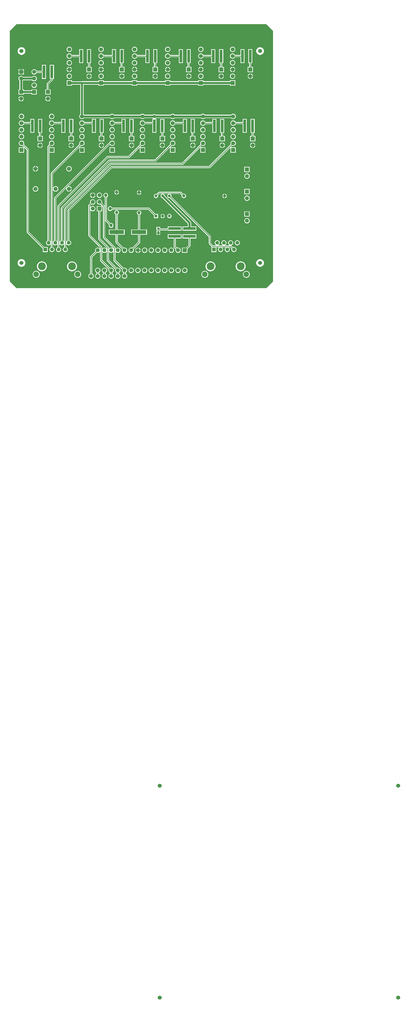
<source format=gtl>
G04*
G04 #@! TF.GenerationSoftware,Altium Limited,Altium Designer,18.1.7 (191)*
G04*
G04 Layer_Physical_Order=1*
G04 Layer_Color=255*
%FSLAX25Y25*%
%MOIN*%
G70*
G01*
G75*
%ADD14C,0.01000*%
%ADD32R,0.03740X0.03347*%
%ADD33C,0.06000*%
%ADD34R,0.18779X0.04134*%
%ADD35R,0.04134X0.18779*%
%ADD36R,0.21654X0.05906*%
%ADD37C,0.03000*%
%ADD38C,0.05906*%
%ADD39R,0.05906X0.05906*%
%ADD40C,0.08268*%
%ADD41C,0.05512*%
%ADD42R,0.05512X0.05512*%
%ADD43C,0.11614*%
%ADD44R,0.04331X0.04331*%
%ADD45C,0.04331*%
%ADD46C,0.04724*%
%ADD47C,0.06102*%
%ADD48C,0.05000*%
G36*
X393500Y383500D02*
Y10000D01*
X383500Y0D01*
X10000D01*
X0Y10000D01*
Y383500D01*
X10000Y393500D01*
X383500D01*
X393500Y383500D01*
D02*
G37*
%LPC*%
G36*
X333000Y359987D02*
X331968Y359851D01*
X331007Y359453D01*
X330181Y358819D01*
X329547Y357993D01*
X329149Y357032D01*
X329013Y356000D01*
X329149Y354968D01*
X329547Y354007D01*
X330181Y353181D01*
X331007Y352547D01*
X331968Y352149D01*
X333000Y352013D01*
X334032Y352149D01*
X334993Y352547D01*
X335819Y353181D01*
X336453Y354007D01*
X336851Y354968D01*
X336987Y356000D01*
X336851Y357032D01*
X336453Y357993D01*
X335819Y358819D01*
X334993Y359453D01*
X334032Y359851D01*
X333000Y359987D01*
D02*
G37*
G36*
X285500D02*
X284468Y359851D01*
X283507Y359453D01*
X282681Y358819D01*
X282047Y357993D01*
X281649Y357032D01*
X281513Y356000D01*
X281649Y354968D01*
X282047Y354007D01*
X282681Y353181D01*
X283507Y352547D01*
X284468Y352149D01*
X285500Y352013D01*
X286532Y352149D01*
X287493Y352547D01*
X288319Y353181D01*
X288953Y354007D01*
X289351Y354968D01*
X289487Y356000D01*
X289351Y357032D01*
X288953Y357993D01*
X288319Y358819D01*
X287493Y359453D01*
X286532Y359851D01*
X285500Y359987D01*
D02*
G37*
G36*
X236000D02*
X234968Y359851D01*
X234007Y359453D01*
X233181Y358819D01*
X232547Y357993D01*
X232149Y357032D01*
X232013Y356000D01*
X232149Y354968D01*
X232547Y354007D01*
X233181Y353181D01*
X234007Y352547D01*
X234968Y352149D01*
X236000Y352013D01*
X237032Y352149D01*
X237993Y352547D01*
X238819Y353181D01*
X239453Y354007D01*
X239851Y354968D01*
X239987Y356000D01*
X239851Y357032D01*
X239453Y357993D01*
X238819Y358819D01*
X237993Y359453D01*
X237032Y359851D01*
X236000Y359987D01*
D02*
G37*
G36*
X186500D02*
X185468Y359851D01*
X184507Y359453D01*
X183681Y358819D01*
X183047Y357993D01*
X182649Y357032D01*
X182513Y356000D01*
X182649Y354968D01*
X183047Y354007D01*
X183681Y353181D01*
X184507Y352547D01*
X185468Y352149D01*
X186500Y352013D01*
X187532Y352149D01*
X188493Y352547D01*
X189319Y353181D01*
X189953Y354007D01*
X190351Y354968D01*
X190487Y356000D01*
X190351Y357032D01*
X189953Y357993D01*
X189319Y358819D01*
X188493Y359453D01*
X187532Y359851D01*
X186500Y359987D01*
D02*
G37*
G36*
X136500D02*
X135468Y359851D01*
X134507Y359453D01*
X133681Y358819D01*
X133047Y357993D01*
X132649Y357032D01*
X132513Y356000D01*
X132649Y354968D01*
X133047Y354007D01*
X133681Y353181D01*
X134507Y352547D01*
X135468Y352149D01*
X136500Y352013D01*
X137532Y352149D01*
X138493Y352547D01*
X139319Y353181D01*
X139953Y354007D01*
X140351Y354968D01*
X140487Y356000D01*
X140351Y357032D01*
X139953Y357993D01*
X139319Y358819D01*
X138493Y359453D01*
X137532Y359851D01*
X136500Y359987D01*
D02*
G37*
G36*
X89000D02*
X87968Y359851D01*
X87007Y359453D01*
X86181Y358819D01*
X85547Y357993D01*
X85149Y357032D01*
X85013Y356000D01*
X85149Y354968D01*
X85547Y354007D01*
X86181Y353181D01*
X87007Y352547D01*
X87968Y352149D01*
X89000Y352013D01*
X90032Y352149D01*
X90993Y352547D01*
X91819Y353181D01*
X92453Y354007D01*
X92851Y354968D01*
X92987Y356000D01*
X92851Y357032D01*
X92453Y357993D01*
X91819Y358819D01*
X90993Y359453D01*
X90032Y359851D01*
X89000Y359987D01*
D02*
G37*
G36*
X374000Y359274D02*
X372506Y359077D01*
X371113Y358500D01*
X369917Y357583D01*
X369000Y356387D01*
X368423Y354994D01*
X368226Y353500D01*
X368423Y352006D01*
X369000Y350613D01*
X369917Y349417D01*
X371113Y348500D01*
X372506Y347923D01*
X374000Y347726D01*
X375494Y347923D01*
X376887Y348500D01*
X378083Y349417D01*
X379000Y350613D01*
X379577Y352006D01*
X379774Y353500D01*
X379577Y354994D01*
X379000Y356387D01*
X378083Y357583D01*
X376887Y358500D01*
X375494Y359077D01*
X374000Y359274D01*
D02*
G37*
G36*
X17500D02*
X16006Y359077D01*
X14613Y358500D01*
X13417Y357583D01*
X12500Y356387D01*
X11923Y354994D01*
X11726Y353500D01*
X11923Y352006D01*
X12500Y350613D01*
X13417Y349417D01*
X14613Y348500D01*
X16006Y347923D01*
X17500Y347726D01*
X18994Y347923D01*
X20387Y348500D01*
X21583Y349417D01*
X22500Y350613D01*
X23077Y352006D01*
X23274Y353500D01*
X23077Y354994D01*
X22500Y356387D01*
X21583Y357583D01*
X20387Y358500D01*
X18994Y359077D01*
X17500Y359274D01*
D02*
G37*
G36*
X350725Y356390D02*
X344591D01*
Y347529D01*
X336645D01*
X336453Y347993D01*
X335819Y348819D01*
X334993Y349453D01*
X334032Y349851D01*
X333000Y349987D01*
X331968Y349851D01*
X331007Y349453D01*
X330181Y348819D01*
X329547Y347993D01*
X329149Y347032D01*
X329013Y346000D01*
X329149Y344968D01*
X329547Y344007D01*
X330181Y343181D01*
X331007Y342547D01*
X331968Y342149D01*
X333000Y342013D01*
X334032Y342149D01*
X334993Y342547D01*
X335819Y343181D01*
X336453Y344007D01*
X336645Y344471D01*
X344591D01*
Y335610D01*
X350725D01*
Y356390D01*
D02*
G37*
G36*
X307221D02*
X301087D01*
Y347529D01*
X289145D01*
X288953Y347993D01*
X288319Y348819D01*
X287493Y349453D01*
X286532Y349851D01*
X285500Y349987D01*
X284468Y349851D01*
X283507Y349453D01*
X282681Y348819D01*
X282047Y347993D01*
X281649Y347032D01*
X281513Y346000D01*
X281649Y344968D01*
X282047Y344007D01*
X282681Y343181D01*
X283507Y342547D01*
X284468Y342149D01*
X285500Y342013D01*
X286532Y342149D01*
X287493Y342547D01*
X288319Y343181D01*
X288953Y344007D01*
X289145Y344471D01*
X301087D01*
Y335610D01*
X307221D01*
Y356390D01*
D02*
G37*
G36*
X258720D02*
X252587D01*
Y347529D01*
X239645D01*
X239453Y347993D01*
X238819Y348819D01*
X237993Y349453D01*
X237032Y349851D01*
X236000Y349987D01*
X234968Y349851D01*
X234007Y349453D01*
X233181Y348819D01*
X232547Y347993D01*
X232149Y347032D01*
X232013Y346000D01*
X232149Y344968D01*
X232547Y344007D01*
X233181Y343181D01*
X234007Y342547D01*
X234968Y342149D01*
X236000Y342013D01*
X237032Y342149D01*
X237993Y342547D01*
X238819Y343181D01*
X239453Y344007D01*
X239645Y344471D01*
X252587D01*
Y335610D01*
X258720D01*
Y356390D01*
D02*
G37*
G36*
X208720D02*
X202587D01*
Y347529D01*
X190145D01*
X189953Y347993D01*
X189319Y348819D01*
X188493Y349453D01*
X187532Y349851D01*
X186500Y349987D01*
X185468Y349851D01*
X184507Y349453D01*
X183681Y348819D01*
X183047Y347993D01*
X182649Y347032D01*
X182513Y346000D01*
X182649Y344968D01*
X183047Y344007D01*
X183681Y343181D01*
X184507Y342547D01*
X185468Y342149D01*
X186500Y342013D01*
X187532Y342149D01*
X188493Y342547D01*
X189319Y343181D01*
X189953Y344007D01*
X190145Y344471D01*
X202587D01*
Y335610D01*
X208720D01*
Y356390D01*
D02*
G37*
G36*
X158721D02*
X152587D01*
Y347529D01*
X140145D01*
X139953Y347993D01*
X139319Y348819D01*
X138493Y349453D01*
X137532Y349851D01*
X136500Y349987D01*
X135468Y349851D01*
X134507Y349453D01*
X133681Y348819D01*
X133047Y347993D01*
X132649Y347032D01*
X132513Y346000D01*
X132649Y344968D01*
X133047Y344007D01*
X133681Y343181D01*
X134507Y342547D01*
X135468Y342149D01*
X136500Y342013D01*
X137532Y342149D01*
X138493Y342547D01*
X139319Y343181D01*
X139953Y344007D01*
X140145Y344471D01*
X152587D01*
Y335610D01*
X158721D01*
Y356390D01*
D02*
G37*
G36*
X109721D02*
X103587D01*
Y347529D01*
X92645D01*
X92453Y347993D01*
X91819Y348819D01*
X90993Y349453D01*
X90032Y349851D01*
X89000Y349987D01*
X87968Y349851D01*
X87007Y349453D01*
X86181Y348819D01*
X85547Y347993D01*
X85149Y347032D01*
X85013Y346000D01*
X85149Y344968D01*
X85547Y344007D01*
X86181Y343181D01*
X87007Y342547D01*
X87968Y342149D01*
X89000Y342013D01*
X90032Y342149D01*
X90993Y342547D01*
X91819Y343181D01*
X92453Y344007D01*
X92645Y344471D01*
X103587D01*
Y335610D01*
X109721D01*
Y356390D01*
D02*
G37*
G36*
X333000Y339987D02*
X331968Y339851D01*
X331007Y339453D01*
X330181Y338819D01*
X329547Y337993D01*
X329149Y337032D01*
X329013Y336000D01*
X329149Y334968D01*
X329547Y334007D01*
X330181Y333181D01*
X331007Y332547D01*
X331968Y332149D01*
X333000Y332013D01*
X334032Y332149D01*
X334993Y332547D01*
X335819Y333181D01*
X336453Y334007D01*
X336851Y334968D01*
X336987Y336000D01*
X336851Y337032D01*
X336453Y337993D01*
X335819Y338819D01*
X334993Y339453D01*
X334032Y339851D01*
X333000Y339987D01*
D02*
G37*
G36*
X285500D02*
X284468Y339851D01*
X283507Y339453D01*
X282681Y338819D01*
X282047Y337993D01*
X281649Y337032D01*
X281513Y336000D01*
X281649Y334968D01*
X282047Y334007D01*
X282681Y333181D01*
X283507Y332547D01*
X284468Y332149D01*
X285500Y332013D01*
X286532Y332149D01*
X287493Y332547D01*
X288319Y333181D01*
X288953Y334007D01*
X289351Y334968D01*
X289487Y336000D01*
X289351Y337032D01*
X288953Y337993D01*
X288319Y338819D01*
X287493Y339453D01*
X286532Y339851D01*
X285500Y339987D01*
D02*
G37*
G36*
X236000D02*
X234968Y339851D01*
X234007Y339453D01*
X233181Y338819D01*
X232547Y337993D01*
X232149Y337032D01*
X232013Y336000D01*
X232149Y334968D01*
X232547Y334007D01*
X233181Y333181D01*
X234007Y332547D01*
X234968Y332149D01*
X236000Y332013D01*
X237032Y332149D01*
X237993Y332547D01*
X238819Y333181D01*
X239453Y334007D01*
X239851Y334968D01*
X239987Y336000D01*
X239851Y337032D01*
X239453Y337993D01*
X238819Y338819D01*
X237993Y339453D01*
X237032Y339851D01*
X236000Y339987D01*
D02*
G37*
G36*
X186500D02*
X185468Y339851D01*
X184507Y339453D01*
X183681Y338819D01*
X183047Y337993D01*
X182649Y337032D01*
X182513Y336000D01*
X182649Y334968D01*
X183047Y334007D01*
X183681Y333181D01*
X184507Y332547D01*
X185468Y332149D01*
X186500Y332013D01*
X187532Y332149D01*
X188493Y332547D01*
X189319Y333181D01*
X189953Y334007D01*
X190351Y334968D01*
X190487Y336000D01*
X190351Y337032D01*
X189953Y337993D01*
X189319Y338819D01*
X188493Y339453D01*
X187532Y339851D01*
X186500Y339987D01*
D02*
G37*
G36*
X136500D02*
X135468Y339851D01*
X134507Y339453D01*
X133681Y338819D01*
X133047Y337993D01*
X132649Y337032D01*
X132513Y336000D01*
X132649Y334968D01*
X133047Y334007D01*
X133681Y333181D01*
X134507Y332547D01*
X135468Y332149D01*
X136500Y332013D01*
X137532Y332149D01*
X138493Y332547D01*
X139319Y333181D01*
X139953Y334007D01*
X140351Y334968D01*
X140487Y336000D01*
X140351Y337032D01*
X139953Y337993D01*
X139319Y338819D01*
X138493Y339453D01*
X137532Y339851D01*
X136500Y339987D01*
D02*
G37*
G36*
X89000D02*
X87968Y339851D01*
X87007Y339453D01*
X86181Y338819D01*
X85547Y337993D01*
X85149Y337032D01*
X85013Y336000D01*
X85149Y334968D01*
X85547Y334007D01*
X86181Y333181D01*
X87007Y332547D01*
X87968Y332149D01*
X89000Y332013D01*
X90032Y332149D01*
X90993Y332547D01*
X91819Y333181D01*
X92453Y334007D01*
X92851Y334968D01*
X92987Y336000D01*
X92851Y337032D01*
X92453Y337993D01*
X91819Y338819D01*
X90993Y339453D01*
X90032Y339851D01*
X89000Y339987D01*
D02*
G37*
G36*
X333500Y329921D02*
Y326500D01*
X336921D01*
X336851Y327032D01*
X336453Y327993D01*
X335819Y328819D01*
X334993Y329453D01*
X334032Y329851D01*
X333500Y329921D01*
D02*
G37*
G36*
X286000D02*
Y326500D01*
X289421D01*
X289351Y327032D01*
X288953Y327993D01*
X288319Y328819D01*
X287493Y329453D01*
X286532Y329851D01*
X286000Y329921D01*
D02*
G37*
G36*
X236500D02*
Y326500D01*
X239921D01*
X239851Y327032D01*
X239453Y327993D01*
X238819Y328819D01*
X237993Y329453D01*
X237032Y329851D01*
X236500Y329921D01*
D02*
G37*
G36*
X187000D02*
Y326500D01*
X190421D01*
X190351Y327032D01*
X189953Y327993D01*
X189319Y328819D01*
X188493Y329453D01*
X187532Y329851D01*
X187000Y329921D01*
D02*
G37*
G36*
X137000D02*
Y326500D01*
X140421D01*
X140351Y327032D01*
X139953Y327993D01*
X139319Y328819D01*
X138493Y329453D01*
X137532Y329851D01*
X137000Y329921D01*
D02*
G37*
G36*
X89500D02*
Y326500D01*
X92921D01*
X92851Y327032D01*
X92453Y327993D01*
X91819Y328819D01*
X90993Y329453D01*
X90032Y329851D01*
X89500Y329921D01*
D02*
G37*
G36*
X136000D02*
X135468Y329851D01*
X134507Y329453D01*
X133681Y328819D01*
X133047Y327993D01*
X132649Y327032D01*
X132579Y326500D01*
X136000D01*
Y329921D01*
D02*
G37*
G36*
X88500D02*
X87968Y329851D01*
X87007Y329453D01*
X86181Y328819D01*
X85547Y327993D01*
X85149Y327032D01*
X85079Y326500D01*
X88500D01*
Y329921D01*
D02*
G37*
G36*
X332500D02*
X331968Y329851D01*
X331007Y329453D01*
X330181Y328819D01*
X329547Y327993D01*
X329149Y327032D01*
X329079Y326500D01*
X332500D01*
Y329921D01*
D02*
G37*
G36*
X285000D02*
X284468Y329851D01*
X283507Y329453D01*
X282681Y328819D01*
X282047Y327993D01*
X281649Y327032D01*
X281579Y326500D01*
X285000D01*
Y329921D01*
D02*
G37*
G36*
X235500D02*
X234968Y329851D01*
X234007Y329453D01*
X233181Y328819D01*
X232547Y327993D01*
X232149Y327032D01*
X232079Y326500D01*
X235500D01*
Y329921D01*
D02*
G37*
G36*
X186000D02*
X185468Y329851D01*
X184507Y329453D01*
X183681Y328819D01*
X183047Y327993D01*
X182649Y327032D01*
X182579Y326500D01*
X186000D01*
Y329921D01*
D02*
G37*
G36*
X54220Y332890D02*
X48087D01*
Y324029D01*
X40145D01*
X39953Y324493D01*
X39319Y325319D01*
X38493Y325953D01*
X37532Y326351D01*
X36500Y326487D01*
X35468Y326351D01*
X34507Y325953D01*
X33681Y325319D01*
X33047Y324493D01*
X32649Y323532D01*
X32513Y322500D01*
X32649Y321468D01*
X33047Y320507D01*
X33681Y319681D01*
X34507Y319047D01*
X35468Y318649D01*
X36500Y318513D01*
X37532Y318649D01*
X38493Y319047D01*
X39319Y319681D01*
X39953Y320507D01*
X40145Y320971D01*
X48087D01*
Y312110D01*
X54220D01*
Y332890D01*
D02*
G37*
G36*
X20953Y326453D02*
X17500D01*
Y323000D01*
X20953D01*
Y326453D01*
D02*
G37*
G36*
X16500D02*
X13047D01*
Y323000D01*
X16500D01*
Y326453D01*
D02*
G37*
G36*
X336921Y325500D02*
X333500D01*
Y322079D01*
X334032Y322149D01*
X334993Y322547D01*
X335819Y323181D01*
X336453Y324007D01*
X336851Y324968D01*
X336921Y325500D01*
D02*
G37*
G36*
X140421D02*
X137000D01*
Y322079D01*
X137532Y322149D01*
X138493Y322547D01*
X139319Y323181D01*
X139953Y324007D01*
X140351Y324968D01*
X140421Y325500D01*
D02*
G37*
G36*
X289421D02*
X286000D01*
Y322079D01*
X286532Y322149D01*
X287493Y322547D01*
X288319Y323181D01*
X288953Y324007D01*
X289351Y324968D01*
X289421Y325500D01*
D02*
G37*
G36*
X239921D02*
X236500D01*
Y322079D01*
X237032Y322149D01*
X237993Y322547D01*
X238819Y323181D01*
X239453Y324007D01*
X239851Y324968D01*
X239921Y325500D01*
D02*
G37*
G36*
X190421D02*
X187000D01*
Y322079D01*
X187532Y322149D01*
X188493Y322547D01*
X189319Y323181D01*
X189953Y324007D01*
X190351Y324968D01*
X190421Y325500D01*
D02*
G37*
G36*
X92921D02*
X89500D01*
Y322079D01*
X90032Y322149D01*
X90993Y322547D01*
X91819Y323181D01*
X92453Y324007D01*
X92851Y324968D01*
X92921Y325500D01*
D02*
G37*
G36*
X285000D02*
X281579D01*
X281649Y324968D01*
X282047Y324007D01*
X282681Y323181D01*
X283507Y322547D01*
X284468Y322149D01*
X285000Y322079D01*
Y325500D01*
D02*
G37*
G36*
X235500D02*
X232079D01*
X232149Y324968D01*
X232547Y324007D01*
X233181Y323181D01*
X234007Y322547D01*
X234968Y322149D01*
X235500Y322079D01*
Y325500D01*
D02*
G37*
G36*
X186000D02*
X182579D01*
X182649Y324968D01*
X183047Y324007D01*
X183681Y323181D01*
X184507Y322547D01*
X185468Y322149D01*
X186000Y322079D01*
Y325500D01*
D02*
G37*
G36*
X88500D02*
X85079D01*
X85149Y324968D01*
X85547Y324007D01*
X86181Y323181D01*
X87007Y322547D01*
X87968Y322149D01*
X88500Y322079D01*
Y325500D01*
D02*
G37*
G36*
X332500D02*
X329079D01*
X329149Y324968D01*
X329547Y324007D01*
X330181Y323181D01*
X331007Y322547D01*
X331968Y322149D01*
X332500Y322079D01*
Y325500D01*
D02*
G37*
G36*
X136000D02*
X132579D01*
X132649Y324968D01*
X133047Y324007D01*
X133681Y323181D01*
X134507Y322547D01*
X135468Y322149D01*
X136000Y322079D01*
Y325500D01*
D02*
G37*
G36*
X362417Y356390D02*
X356283D01*
Y335610D01*
X357821D01*
Y329953D01*
X355547D01*
Y322047D01*
X363453D01*
Y329953D01*
X360880D01*
Y335610D01*
X362417D01*
Y356390D01*
D02*
G37*
G36*
X318913D02*
X312779D01*
Y335610D01*
X314317D01*
Y329953D01*
X312047D01*
Y322047D01*
X319953D01*
Y329953D01*
X317376D01*
Y335610D01*
X318913D01*
Y356390D01*
D02*
G37*
G36*
X270413D02*
X264280D01*
Y335610D01*
X265817D01*
Y329953D01*
X263547D01*
Y322047D01*
X271453D01*
Y329953D01*
X268876D01*
Y335610D01*
X270413D01*
Y356390D01*
D02*
G37*
G36*
X220413D02*
X214280D01*
Y335610D01*
X215817D01*
Y329953D01*
X213394D01*
Y322047D01*
X221299D01*
Y329953D01*
X218876D01*
Y335610D01*
X220413D01*
Y356390D01*
D02*
G37*
G36*
X170413D02*
X164279D01*
Y335610D01*
X165817D01*
Y329953D01*
X163547D01*
Y322047D01*
X171453D01*
Y329953D01*
X168876D01*
Y335610D01*
X170413D01*
Y356390D01*
D02*
G37*
G36*
X121413D02*
X115279D01*
Y335610D01*
X116971D01*
Y329953D01*
X114547D01*
Y322047D01*
X122453D01*
Y329953D01*
X120029D01*
Y335610D01*
X121413D01*
Y356390D01*
D02*
G37*
G36*
X20953Y322000D02*
X17500D01*
Y318547D01*
X20953D01*
Y322000D01*
D02*
G37*
G36*
X16500D02*
X13047D01*
Y318547D01*
X16500D01*
Y322000D01*
D02*
G37*
G36*
X360000Y319921D02*
Y316500D01*
X363421D01*
X363351Y317032D01*
X362953Y317993D01*
X362319Y318819D01*
X361493Y319453D01*
X360532Y319851D01*
X360000Y319921D01*
D02*
G37*
G36*
X316500D02*
Y316500D01*
X319921D01*
X319851Y317032D01*
X319453Y317993D01*
X318819Y318819D01*
X317993Y319453D01*
X317032Y319851D01*
X316500Y319921D01*
D02*
G37*
G36*
X268000D02*
Y316500D01*
X271421D01*
X271351Y317032D01*
X270953Y317993D01*
X270319Y318819D01*
X269493Y319453D01*
X268532Y319851D01*
X268000Y319921D01*
D02*
G37*
G36*
X217846D02*
Y316500D01*
X221267D01*
X221197Y317032D01*
X220799Y317993D01*
X220165Y318819D01*
X219340Y319453D01*
X218378Y319851D01*
X217846Y319921D01*
D02*
G37*
G36*
X168000D02*
Y316500D01*
X171421D01*
X171351Y317032D01*
X170953Y317993D01*
X170319Y318819D01*
X169493Y319453D01*
X168532Y319851D01*
X168000Y319921D01*
D02*
G37*
G36*
X119000D02*
Y316500D01*
X122421D01*
X122351Y317032D01*
X121953Y317993D01*
X121319Y318819D01*
X120493Y319453D01*
X119532Y319851D01*
X119000Y319921D01*
D02*
G37*
G36*
X359000D02*
X358468Y319851D01*
X357507Y319453D01*
X356681Y318819D01*
X356047Y317993D01*
X355649Y317032D01*
X355579Y316500D01*
X359000D01*
Y319921D01*
D02*
G37*
G36*
X315500D02*
X314968Y319851D01*
X314007Y319453D01*
X313181Y318819D01*
X312547Y317993D01*
X312149Y317032D01*
X312079Y316500D01*
X315500D01*
Y319921D01*
D02*
G37*
G36*
X267000D02*
X266468Y319851D01*
X265507Y319453D01*
X264681Y318819D01*
X264047Y317993D01*
X263649Y317032D01*
X263579Y316500D01*
X267000D01*
Y319921D01*
D02*
G37*
G36*
X216846D02*
X216315Y319851D01*
X215353Y319453D01*
X214527Y318819D01*
X213894Y317993D01*
X213495Y317032D01*
X213425Y316500D01*
X216846D01*
Y319921D01*
D02*
G37*
G36*
X167000D02*
X166468Y319851D01*
X165507Y319453D01*
X164681Y318819D01*
X164047Y317993D01*
X163649Y317032D01*
X163579Y316500D01*
X167000D01*
Y319921D01*
D02*
G37*
G36*
X118000D02*
X117468Y319851D01*
X116507Y319453D01*
X115681Y318819D01*
X115047Y317993D01*
X114649Y317032D01*
X114579Y316500D01*
X118000D01*
Y319921D01*
D02*
G37*
G36*
X36500Y316487D02*
X35468Y316351D01*
X34507Y315953D01*
X33681Y315319D01*
X33474Y315049D01*
X20026D01*
X19819Y315319D01*
X18993Y315953D01*
X18032Y316351D01*
X17000Y316487D01*
X15968Y316351D01*
X15007Y315953D01*
X14181Y315319D01*
X13547Y314493D01*
X13149Y313532D01*
X13013Y312500D01*
X13149Y311468D01*
X13547Y310507D01*
X14181Y309681D01*
X14451Y309474D01*
Y296453D01*
X13047D01*
Y288547D01*
X20953D01*
Y289951D01*
X32547D01*
Y288547D01*
X40453D01*
Y296453D01*
X32547D01*
Y295049D01*
X20953D01*
Y296453D01*
X19549D01*
Y309474D01*
X19819Y309681D01*
X20026Y309951D01*
X33474D01*
X33681Y309681D01*
X34507Y309047D01*
X35468Y308649D01*
X36500Y308513D01*
X37532Y308649D01*
X38493Y309047D01*
X39319Y309681D01*
X39953Y310507D01*
X40351Y311468D01*
X40487Y312500D01*
X40351Y313532D01*
X39953Y314493D01*
X39319Y315319D01*
X38493Y315953D01*
X37532Y316351D01*
X36500Y316487D01*
D02*
G37*
G36*
X363421Y315500D02*
X360000D01*
Y312079D01*
X360532Y312149D01*
X361493Y312547D01*
X362319Y313181D01*
X362953Y314007D01*
X363351Y314968D01*
X363421Y315500D01*
D02*
G37*
G36*
X319921D02*
X316500D01*
Y312079D01*
X317032Y312149D01*
X317993Y312547D01*
X318819Y313181D01*
X319453Y314007D01*
X319851Y314968D01*
X319921Y315500D01*
D02*
G37*
G36*
X271421D02*
X268000D01*
Y312079D01*
X268532Y312149D01*
X269493Y312547D01*
X270319Y313181D01*
X270953Y314007D01*
X271351Y314968D01*
X271421Y315500D01*
D02*
G37*
G36*
X221267D02*
X217846D01*
Y312079D01*
X218378Y312149D01*
X219340Y312547D01*
X220165Y313181D01*
X220799Y314007D01*
X221197Y314968D01*
X221267Y315500D01*
D02*
G37*
G36*
X171421D02*
X168000D01*
Y312079D01*
X168532Y312149D01*
X169493Y312547D01*
X170319Y313181D01*
X170953Y314007D01*
X171351Y314968D01*
X171421Y315500D01*
D02*
G37*
G36*
X122421D02*
X119000D01*
Y312079D01*
X119532Y312149D01*
X120493Y312547D01*
X121319Y313181D01*
X121953Y314007D01*
X122351Y314968D01*
X122421Y315500D01*
D02*
G37*
G36*
X359000D02*
X355579D01*
X355649Y314968D01*
X356047Y314007D01*
X356681Y313181D01*
X357507Y312547D01*
X358468Y312149D01*
X359000Y312079D01*
Y315500D01*
D02*
G37*
G36*
X315500D02*
X312079D01*
X312149Y314968D01*
X312547Y314007D01*
X313181Y313181D01*
X314007Y312547D01*
X314968Y312149D01*
X315500Y312079D01*
Y315500D01*
D02*
G37*
G36*
X267000D02*
X263579D01*
X263649Y314968D01*
X264047Y314007D01*
X264681Y313181D01*
X265507Y312547D01*
X266468Y312149D01*
X267000Y312079D01*
Y315500D01*
D02*
G37*
G36*
X216846D02*
X213425D01*
X213495Y314968D01*
X213894Y314007D01*
X214527Y313181D01*
X215353Y312547D01*
X216315Y312149D01*
X216846Y312079D01*
Y315500D01*
D02*
G37*
G36*
X167000D02*
X163579D01*
X163649Y314968D01*
X164047Y314007D01*
X164681Y313181D01*
X165507Y312547D01*
X166468Y312149D01*
X167000Y312079D01*
Y315500D01*
D02*
G37*
G36*
X118000D02*
X114579D01*
X114649Y314968D01*
X115047Y314007D01*
X115681Y313181D01*
X116507Y312547D01*
X117468Y312149D01*
X118000Y312079D01*
Y315500D01*
D02*
G37*
G36*
X333000Y319987D02*
X331968Y319851D01*
X331007Y319453D01*
X330181Y318819D01*
X329547Y317993D01*
X329149Y317032D01*
X329013Y316000D01*
X329149Y314968D01*
X329547Y314007D01*
X330181Y313181D01*
X331007Y312547D01*
X331968Y312149D01*
X333000Y312013D01*
X334032Y312149D01*
X334993Y312547D01*
X335819Y313181D01*
X336453Y314007D01*
X336851Y314968D01*
X336987Y316000D01*
X336851Y317032D01*
X336453Y317993D01*
X335819Y318819D01*
X334993Y319453D01*
X334032Y319851D01*
X333000Y319987D01*
D02*
G37*
G36*
X285500D02*
X284468Y319851D01*
X283507Y319453D01*
X282681Y318819D01*
X282047Y317993D01*
X281649Y317032D01*
X281513Y316000D01*
X281649Y314968D01*
X282047Y314007D01*
X282681Y313181D01*
X283507Y312547D01*
X284468Y312149D01*
X285500Y312013D01*
X286532Y312149D01*
X287493Y312547D01*
X288319Y313181D01*
X288953Y314007D01*
X289351Y314968D01*
X289487Y316000D01*
X289351Y317032D01*
X288953Y317993D01*
X288319Y318819D01*
X287493Y319453D01*
X286532Y319851D01*
X285500Y319987D01*
D02*
G37*
G36*
X236000D02*
X234968Y319851D01*
X234007Y319453D01*
X233181Y318819D01*
X232547Y317993D01*
X232149Y317032D01*
X232013Y316000D01*
X232149Y314968D01*
X232547Y314007D01*
X233181Y313181D01*
X234007Y312547D01*
X234968Y312149D01*
X236000Y312013D01*
X237032Y312149D01*
X237993Y312547D01*
X238819Y313181D01*
X239453Y314007D01*
X239851Y314968D01*
X239987Y316000D01*
X239851Y317032D01*
X239453Y317993D01*
X238819Y318819D01*
X237993Y319453D01*
X237032Y319851D01*
X236000Y319987D01*
D02*
G37*
G36*
X186500D02*
X185468Y319851D01*
X184507Y319453D01*
X183681Y318819D01*
X183047Y317993D01*
X182649Y317032D01*
X182513Y316000D01*
X182649Y314968D01*
X183047Y314007D01*
X183681Y313181D01*
X184507Y312547D01*
X185468Y312149D01*
X186500Y312013D01*
X187532Y312149D01*
X188493Y312547D01*
X189319Y313181D01*
X189953Y314007D01*
X190351Y314968D01*
X190487Y316000D01*
X190351Y317032D01*
X189953Y317993D01*
X189319Y318819D01*
X188493Y319453D01*
X187532Y319851D01*
X186500Y319987D01*
D02*
G37*
G36*
X136500D02*
X135468Y319851D01*
X134507Y319453D01*
X133681Y318819D01*
X133047Y317993D01*
X132649Y317032D01*
X132513Y316000D01*
X132649Y314968D01*
X133047Y314007D01*
X133681Y313181D01*
X134507Y312547D01*
X135468Y312149D01*
X136500Y312013D01*
X137532Y312149D01*
X138493Y312547D01*
X139319Y313181D01*
X139953Y314007D01*
X140351Y314968D01*
X140487Y316000D01*
X140351Y317032D01*
X139953Y317993D01*
X139319Y318819D01*
X138493Y319453D01*
X137532Y319851D01*
X136500Y319987D01*
D02*
G37*
G36*
X89000D02*
X87968Y319851D01*
X87007Y319453D01*
X86181Y318819D01*
X85547Y317993D01*
X85149Y317032D01*
X85013Y316000D01*
X85149Y314968D01*
X85547Y314007D01*
X86181Y313181D01*
X87007Y312547D01*
X87968Y312149D01*
X89000Y312013D01*
X90032Y312149D01*
X90993Y312547D01*
X91819Y313181D01*
X92453Y314007D01*
X92851Y314968D01*
X92987Y316000D01*
X92851Y317032D01*
X92453Y317993D01*
X91819Y318819D01*
X90993Y319453D01*
X90032Y319851D01*
X89000Y319987D01*
D02*
G37*
G36*
X336953Y309953D02*
X329047D01*
Y308549D01*
X289453D01*
Y309953D01*
X281547D01*
Y308549D01*
X239953D01*
Y309953D01*
X232047D01*
Y308549D01*
X190453D01*
Y309953D01*
X182547D01*
Y308549D01*
X140453D01*
Y309953D01*
X132547D01*
Y308549D01*
X108000D01*
X107360Y308422D01*
X92953D01*
Y309953D01*
X85047D01*
Y302047D01*
X92953D01*
Y303324D01*
X105324D01*
Y259066D01*
X105053Y258858D01*
X104420Y258033D01*
X104022Y257071D01*
X103886Y256039D01*
X104022Y255007D01*
X104420Y254046D01*
X105053Y253220D01*
X105879Y252587D01*
X106841Y252188D01*
X107873Y252052D01*
X108905Y252188D01*
X109866Y252587D01*
X110692Y253220D01*
X110899Y253490D01*
X150033D01*
X150240Y253220D01*
X151066Y252587D01*
X152027Y252188D01*
X153059Y252052D01*
X154091Y252188D01*
X155052Y252587D01*
X155878Y253220D01*
X156086Y253490D01*
X195219D01*
X195426Y253220D01*
X196252Y252587D01*
X197213Y252188D01*
X198245Y252052D01*
X199277Y252188D01*
X200239Y252587D01*
X201064Y253220D01*
X201272Y253490D01*
X213573D01*
X214235Y252982D01*
X214458Y252890D01*
X214358Y252390D01*
X213087D01*
Y247569D01*
X201890D01*
X201698Y248033D01*
X201064Y248858D01*
X200239Y249492D01*
X199277Y249890D01*
X198245Y250026D01*
X197213Y249890D01*
X196252Y249492D01*
X195426Y248858D01*
X194793Y248033D01*
X194394Y247071D01*
X194258Y246039D01*
X194394Y245007D01*
X194793Y244046D01*
X195426Y243220D01*
X196252Y242587D01*
X197213Y242188D01*
X198245Y242053D01*
X199277Y242188D01*
X200239Y242587D01*
X201064Y243220D01*
X201698Y244046D01*
X201890Y244510D01*
X213087D01*
Y231610D01*
X219220D01*
Y252390D01*
X217642D01*
X217542Y252890D01*
X217765Y252982D01*
X218427Y253490D01*
X240405D01*
X240613Y253220D01*
X241438Y252587D01*
X242400Y252188D01*
X243432Y252052D01*
X244464Y252188D01*
X245425Y252587D01*
X246251Y253220D01*
X246458Y253490D01*
X285592D01*
X285799Y253220D01*
X286625Y252587D01*
X287586Y252188D01*
X288618Y252052D01*
X289650Y252188D01*
X290612Y252587D01*
X291437Y253220D01*
X291645Y253490D01*
X330778D01*
X330985Y253220D01*
X331811Y252587D01*
X332772Y252188D01*
X333804Y252052D01*
X334836Y252188D01*
X335798Y252587D01*
X336624Y253220D01*
X337257Y254046D01*
X337655Y255007D01*
X337791Y256039D01*
X337655Y257071D01*
X337257Y258033D01*
X336624Y258858D01*
X335798Y259492D01*
X334836Y259890D01*
X333804Y260026D01*
X332772Y259890D01*
X331811Y259492D01*
X330985Y258858D01*
X330778Y258588D01*
X291645D01*
X291437Y258858D01*
X290612Y259492D01*
X289650Y259890D01*
X288618Y260026D01*
X287586Y259890D01*
X286625Y259492D01*
X285799Y258858D01*
X285592Y258588D01*
X246458D01*
X246251Y258858D01*
X245425Y259492D01*
X244464Y259890D01*
X243432Y260026D01*
X242400Y259890D01*
X241438Y259492D01*
X240613Y258858D01*
X240405Y258588D01*
X218427D01*
X217765Y259097D01*
X216914Y259449D01*
X216000Y259570D01*
X215086Y259449D01*
X214235Y259097D01*
X213573Y258588D01*
X201272D01*
X201064Y258858D01*
X200239Y259492D01*
X199277Y259890D01*
X198245Y260026D01*
X197213Y259890D01*
X196252Y259492D01*
X195426Y258858D01*
X195219Y258588D01*
X156086D01*
X155878Y258858D01*
X155052Y259492D01*
X154091Y259890D01*
X153059Y260026D01*
X152027Y259890D01*
X151066Y259492D01*
X150240Y258858D01*
X150033Y258588D01*
X110899D01*
X110692Y258858D01*
X110422Y259066D01*
Y303451D01*
X132547D01*
Y302047D01*
X140453D01*
Y303451D01*
X182547D01*
Y302047D01*
X190453D01*
Y303451D01*
X232047D01*
Y302047D01*
X239953D01*
Y303451D01*
X281547D01*
Y302047D01*
X289453D01*
Y303451D01*
X329047D01*
Y302047D01*
X336953D01*
Y309953D01*
D02*
G37*
G36*
X36500Y306487D02*
X35468Y306351D01*
X34507Y305953D01*
X33681Y305319D01*
X33047Y304493D01*
X32649Y303532D01*
X32513Y302500D01*
X32649Y301468D01*
X33047Y300507D01*
X33681Y299681D01*
X34507Y299047D01*
X35468Y298649D01*
X36500Y298513D01*
X37532Y298649D01*
X38493Y299047D01*
X39319Y299681D01*
X39953Y300507D01*
X40351Y301468D01*
X40487Y302500D01*
X40351Y303532D01*
X39953Y304493D01*
X39319Y305319D01*
X38493Y305953D01*
X37532Y306351D01*
X36500Y306487D01*
D02*
G37*
G36*
X65913Y332890D02*
X59780D01*
Y312110D01*
X61317D01*
Y311294D01*
X55919Y305895D01*
X55587Y305399D01*
X55471Y304814D01*
Y296453D01*
X53047D01*
Y288547D01*
X60953D01*
Y296453D01*
X58529D01*
Y304180D01*
X63928Y309579D01*
X64259Y310075D01*
X64376Y310660D01*
Y312110D01*
X65913D01*
Y332890D01*
D02*
G37*
G36*
X57500Y286421D02*
Y283000D01*
X60921D01*
X60851Y283532D01*
X60453Y284493D01*
X59819Y285319D01*
X58993Y285953D01*
X58032Y286351D01*
X57500Y286421D01*
D02*
G37*
G36*
X17500D02*
Y283000D01*
X20921D01*
X20851Y283532D01*
X20453Y284493D01*
X19819Y285319D01*
X18993Y285953D01*
X18032Y286351D01*
X17500Y286421D01*
D02*
G37*
G36*
X56500D02*
X55968Y286351D01*
X55007Y285953D01*
X54181Y285319D01*
X53547Y284493D01*
X53149Y283532D01*
X53079Y283000D01*
X56500D01*
Y286421D01*
D02*
G37*
G36*
X16500D02*
X15968Y286351D01*
X15007Y285953D01*
X14181Y285319D01*
X13547Y284493D01*
X13149Y283532D01*
X13079Y283000D01*
X16500D01*
Y286421D01*
D02*
G37*
G36*
X60921Y282000D02*
X57500D01*
Y278579D01*
X58032Y278649D01*
X58993Y279047D01*
X59819Y279681D01*
X60453Y280507D01*
X60851Y281468D01*
X60921Y282000D01*
D02*
G37*
G36*
X20921D02*
X17500D01*
Y278579D01*
X18032Y278649D01*
X18993Y279047D01*
X19819Y279681D01*
X20453Y280507D01*
X20851Y281468D01*
X20921Y282000D01*
D02*
G37*
G36*
X56500D02*
X53079D01*
X53149Y281468D01*
X53547Y280507D01*
X54181Y279681D01*
X55007Y279047D01*
X55968Y278649D01*
X56500Y278579D01*
Y282000D01*
D02*
G37*
G36*
X16500D02*
X13079D01*
X13149Y281468D01*
X13547Y280507D01*
X14181Y279681D01*
X15007Y279047D01*
X15968Y278649D01*
X16500Y278579D01*
Y282000D01*
D02*
G37*
G36*
X62686Y260026D02*
X61655Y259890D01*
X60693Y259492D01*
X59867Y258858D01*
X59234Y258033D01*
X58835Y257071D01*
X58700Y256039D01*
X58835Y255007D01*
X59234Y254046D01*
X59867Y253220D01*
X60693Y252587D01*
X61655Y252188D01*
X62686Y252052D01*
X63718Y252188D01*
X64680Y252587D01*
X65505Y253220D01*
X66139Y254046D01*
X66537Y255007D01*
X66673Y256039D01*
X66537Y257071D01*
X66139Y258033D01*
X65505Y258858D01*
X64680Y259492D01*
X63718Y259890D01*
X62686Y260026D01*
D02*
G37*
G36*
X17500D02*
X16468Y259890D01*
X15507Y259492D01*
X14681Y258858D01*
X14047Y258033D01*
X13649Y257071D01*
X13513Y256039D01*
X13649Y255007D01*
X14047Y254046D01*
X14681Y253220D01*
X15507Y252587D01*
X16468Y252188D01*
X17500Y252052D01*
X18532Y252188D01*
X19493Y252587D01*
X20319Y253220D01*
X20953Y254046D01*
X21351Y255007D01*
X21487Y256039D01*
X21351Y257071D01*
X20953Y258033D01*
X20319Y258858D01*
X19493Y259492D01*
X18532Y259890D01*
X17500Y260026D01*
D02*
G37*
G36*
X354221Y252390D02*
X348087D01*
Y247569D01*
X337449D01*
X337257Y248033D01*
X336624Y248858D01*
X335798Y249492D01*
X334836Y249890D01*
X333804Y250026D01*
X332772Y249890D01*
X331811Y249492D01*
X330985Y248858D01*
X330352Y248033D01*
X329953Y247071D01*
X329818Y246039D01*
X329953Y245007D01*
X330352Y244046D01*
X330985Y243220D01*
X331811Y242587D01*
X332772Y242188D01*
X333804Y242053D01*
X334836Y242188D01*
X335798Y242587D01*
X336624Y243220D01*
X337257Y244046D01*
X337449Y244510D01*
X348087D01*
Y231610D01*
X354221D01*
Y252390D01*
D02*
G37*
G36*
X264721D02*
X258587D01*
Y247569D01*
X247077D01*
X246884Y248033D01*
X246251Y248858D01*
X245425Y249492D01*
X244464Y249890D01*
X243432Y250026D01*
X242400Y249890D01*
X241438Y249492D01*
X240613Y248858D01*
X239979Y248033D01*
X239581Y247071D01*
X239445Y246039D01*
X239581Y245007D01*
X239979Y244046D01*
X240613Y243220D01*
X241438Y242587D01*
X242400Y242188D01*
X243432Y242053D01*
X244464Y242188D01*
X245425Y242587D01*
X246251Y243220D01*
X246884Y244046D01*
X247077Y244510D01*
X258587D01*
Y231610D01*
X264721D01*
Y252390D01*
D02*
G37*
G36*
X173221D02*
X167087D01*
Y247569D01*
X156704D01*
X156512Y248033D01*
X155878Y248858D01*
X155052Y249492D01*
X154091Y249890D01*
X153059Y250026D01*
X152027Y249890D01*
X151066Y249492D01*
X150240Y248858D01*
X149606Y248033D01*
X149208Y247071D01*
X149072Y246039D01*
X149208Y245007D01*
X149606Y244046D01*
X150240Y243220D01*
X151066Y242587D01*
X152027Y242188D01*
X153059Y242053D01*
X154091Y242188D01*
X155052Y242587D01*
X155878Y243220D01*
X156512Y244046D01*
X156704Y244510D01*
X167087D01*
Y231610D01*
X173221D01*
Y252390D01*
D02*
G37*
G36*
X128720D02*
X122587D01*
Y247569D01*
X111518D01*
X111325Y248033D01*
X110692Y248858D01*
X109866Y249492D01*
X108905Y249890D01*
X107873Y250026D01*
X106841Y249890D01*
X105879Y249492D01*
X105053Y248858D01*
X104420Y248033D01*
X104022Y247071D01*
X103886Y246039D01*
X104022Y245007D01*
X104420Y244046D01*
X105053Y243220D01*
X105879Y242587D01*
X106841Y242188D01*
X107873Y242053D01*
X108905Y242188D01*
X109866Y242587D01*
X110692Y243220D01*
X111325Y244046D01*
X111518Y244510D01*
X122587D01*
Y231610D01*
X128720D01*
Y252390D01*
D02*
G37*
G36*
X83220D02*
X77087D01*
Y247569D01*
X66331D01*
X66139Y248033D01*
X65505Y248858D01*
X64680Y249492D01*
X63718Y249890D01*
X62686Y250026D01*
X61655Y249890D01*
X60693Y249492D01*
X59867Y248858D01*
X59234Y248033D01*
X58835Y247071D01*
X58700Y246039D01*
X58835Y245007D01*
X59234Y244046D01*
X59867Y243220D01*
X60693Y242587D01*
X61655Y242188D01*
X62686Y242053D01*
X63718Y242188D01*
X64680Y242587D01*
X65505Y243220D01*
X66139Y244046D01*
X66331Y244510D01*
X77087D01*
Y231610D01*
X83220D01*
Y252390D01*
D02*
G37*
G36*
X36716D02*
X30583D01*
Y247569D01*
X21145D01*
X20953Y248033D01*
X20319Y248858D01*
X19493Y249492D01*
X18532Y249890D01*
X17500Y250026D01*
X16468Y249890D01*
X15507Y249492D01*
X14681Y248858D01*
X14047Y248033D01*
X13649Y247071D01*
X13513Y246039D01*
X13649Y245007D01*
X14047Y244046D01*
X14681Y243220D01*
X15507Y242587D01*
X16468Y242188D01*
X17500Y242053D01*
X18532Y242188D01*
X19493Y242587D01*
X20319Y243220D01*
X20953Y244046D01*
X21145Y244510D01*
X30583D01*
Y231610D01*
X36716D01*
Y252390D01*
D02*
G37*
G36*
X308720D02*
X302587D01*
Y247529D01*
X292279D01*
X292071Y248033D01*
X291437Y248858D01*
X290612Y249492D01*
X289650Y249890D01*
X288618Y250026D01*
X287586Y249890D01*
X286625Y249492D01*
X285799Y248858D01*
X285165Y248033D01*
X284767Y247071D01*
X284631Y246039D01*
X284767Y245007D01*
X285165Y244046D01*
X285799Y243220D01*
X286625Y242587D01*
X287586Y242188D01*
X288618Y242053D01*
X289650Y242188D01*
X290612Y242587D01*
X291437Y243220D01*
X292071Y244046D01*
X292247Y244471D01*
X302587D01*
Y231610D01*
X308720D01*
Y252390D01*
D02*
G37*
G36*
X333804Y240026D02*
X332772Y239890D01*
X331811Y239492D01*
X330985Y238859D01*
X330352Y238033D01*
X329953Y237071D01*
X329818Y236039D01*
X329953Y235007D01*
X330352Y234046D01*
X330985Y233220D01*
X331811Y232587D01*
X332772Y232188D01*
X333804Y232052D01*
X334836Y232188D01*
X335798Y232587D01*
X336624Y233220D01*
X337257Y234046D01*
X337655Y235007D01*
X337791Y236039D01*
X337655Y237071D01*
X337257Y238033D01*
X336624Y238859D01*
X335798Y239492D01*
X334836Y239890D01*
X333804Y240026D01*
D02*
G37*
G36*
X288618D02*
X287586Y239890D01*
X286625Y239492D01*
X285799Y238859D01*
X285165Y238033D01*
X284767Y237071D01*
X284631Y236039D01*
X284767Y235007D01*
X285165Y234046D01*
X285799Y233220D01*
X286625Y232587D01*
X287586Y232188D01*
X288618Y232052D01*
X289650Y232188D01*
X290612Y232587D01*
X291437Y233220D01*
X292071Y234046D01*
X292469Y235007D01*
X292605Y236039D01*
X292469Y237071D01*
X292071Y238033D01*
X291437Y238859D01*
X290612Y239492D01*
X289650Y239890D01*
X288618Y240026D01*
D02*
G37*
G36*
X243432D02*
X242400Y239890D01*
X241438Y239492D01*
X240613Y238859D01*
X239979Y238033D01*
X239581Y237071D01*
X239445Y236039D01*
X239581Y235007D01*
X239979Y234046D01*
X240613Y233220D01*
X241438Y232587D01*
X242400Y232188D01*
X243432Y232052D01*
X244464Y232188D01*
X245425Y232587D01*
X246251Y233220D01*
X246884Y234046D01*
X247283Y235007D01*
X247419Y236039D01*
X247283Y237071D01*
X246884Y238033D01*
X246251Y238859D01*
X245425Y239492D01*
X244464Y239890D01*
X243432Y240026D01*
D02*
G37*
G36*
X198245D02*
X197213Y239890D01*
X196252Y239492D01*
X195426Y238859D01*
X194793Y238033D01*
X194394Y237071D01*
X194258Y236039D01*
X194394Y235007D01*
X194793Y234046D01*
X195426Y233220D01*
X196252Y232587D01*
X197213Y232188D01*
X198245Y232052D01*
X199277Y232188D01*
X200239Y232587D01*
X201064Y233220D01*
X201698Y234046D01*
X202096Y235007D01*
X202232Y236039D01*
X202096Y237071D01*
X201698Y238033D01*
X201064Y238859D01*
X200239Y239492D01*
X199277Y239890D01*
X198245Y240026D01*
D02*
G37*
G36*
X153059D02*
X152027Y239890D01*
X151066Y239492D01*
X150240Y238859D01*
X149606Y238033D01*
X149208Y237071D01*
X149072Y236039D01*
X149208Y235007D01*
X149606Y234046D01*
X150240Y233220D01*
X151066Y232587D01*
X152027Y232188D01*
X153059Y232052D01*
X154091Y232188D01*
X155052Y232587D01*
X155878Y233220D01*
X156512Y234046D01*
X156910Y235007D01*
X157046Y236039D01*
X156910Y237071D01*
X156512Y238033D01*
X155878Y238859D01*
X155052Y239492D01*
X154091Y239890D01*
X153059Y240026D01*
D02*
G37*
G36*
X107873D02*
X106841Y239890D01*
X105879Y239492D01*
X105053Y238859D01*
X104420Y238033D01*
X104022Y237071D01*
X103886Y236039D01*
X104022Y235007D01*
X104420Y234046D01*
X105053Y233220D01*
X105879Y232587D01*
X106841Y232188D01*
X107873Y232052D01*
X108905Y232188D01*
X109866Y232587D01*
X110692Y233220D01*
X111325Y234046D01*
X111724Y235007D01*
X111860Y236039D01*
X111724Y237071D01*
X111325Y238033D01*
X110692Y238859D01*
X109866Y239492D01*
X108905Y239890D01*
X107873Y240026D01*
D02*
G37*
G36*
X62686D02*
X61655Y239890D01*
X60693Y239492D01*
X59867Y238859D01*
X59234Y238033D01*
X58835Y237071D01*
X58700Y236039D01*
X58835Y235007D01*
X59234Y234046D01*
X59867Y233220D01*
X60693Y232587D01*
X61655Y232188D01*
X62686Y232052D01*
X63718Y232188D01*
X64680Y232587D01*
X65505Y233220D01*
X66139Y234046D01*
X66537Y235007D01*
X66673Y236039D01*
X66537Y237071D01*
X66139Y238033D01*
X65505Y238859D01*
X64680Y239492D01*
X63718Y239890D01*
X62686Y240026D01*
D02*
G37*
G36*
X17500D02*
X16468Y239890D01*
X15507Y239492D01*
X14681Y238859D01*
X14047Y238033D01*
X13649Y237071D01*
X13513Y236039D01*
X13649Y235007D01*
X14047Y234046D01*
X14681Y233220D01*
X15507Y232587D01*
X16468Y232188D01*
X17500Y232052D01*
X18532Y232188D01*
X19493Y232587D01*
X20319Y233220D01*
X20953Y234046D01*
X21351Y235007D01*
X21487Y236039D01*
X21351Y237071D01*
X20953Y238033D01*
X20319Y238859D01*
X19493Y239492D01*
X18532Y239890D01*
X17500Y240026D01*
D02*
G37*
G36*
X333804Y230026D02*
X332772Y229890D01*
X331811Y229492D01*
X330985Y228858D01*
X330352Y228033D01*
X329953Y227071D01*
X329818Y226039D01*
X329953Y225007D01*
X330352Y224046D01*
X330985Y223220D01*
X331811Y222587D01*
X332772Y222188D01*
X333804Y222053D01*
X334836Y222188D01*
X335798Y222587D01*
X336624Y223220D01*
X337257Y224046D01*
X337655Y225007D01*
X337791Y226039D01*
X337655Y227071D01*
X337257Y228033D01*
X336624Y228858D01*
X335798Y229492D01*
X334836Y229890D01*
X333804Y230026D01*
D02*
G37*
G36*
X288618D02*
X287586Y229890D01*
X286625Y229492D01*
X285799Y228858D01*
X285165Y228033D01*
X284767Y227071D01*
X284631Y226039D01*
X284767Y225007D01*
X285165Y224046D01*
X285799Y223220D01*
X286625Y222587D01*
X287586Y222188D01*
X288618Y222053D01*
X289650Y222188D01*
X290612Y222587D01*
X291437Y223220D01*
X292071Y224046D01*
X292469Y225007D01*
X292605Y226039D01*
X292469Y227071D01*
X292071Y228033D01*
X291437Y228858D01*
X290612Y229492D01*
X289650Y229890D01*
X288618Y230026D01*
D02*
G37*
G36*
X243432D02*
X242400Y229890D01*
X241438Y229492D01*
X240613Y228858D01*
X239979Y228033D01*
X239581Y227071D01*
X239445Y226039D01*
X239581Y225007D01*
X239979Y224046D01*
X240613Y223220D01*
X241438Y222587D01*
X242400Y222188D01*
X243432Y222053D01*
X244464Y222188D01*
X245425Y222587D01*
X246251Y223220D01*
X246884Y224046D01*
X247283Y225007D01*
X247419Y226039D01*
X247283Y227071D01*
X246884Y228033D01*
X246251Y228858D01*
X245425Y229492D01*
X244464Y229890D01*
X243432Y230026D01*
D02*
G37*
G36*
X198245D02*
X197213Y229890D01*
X196252Y229492D01*
X195426Y228858D01*
X194793Y228033D01*
X194394Y227071D01*
X194258Y226039D01*
X194394Y225007D01*
X194793Y224046D01*
X195426Y223220D01*
X196252Y222587D01*
X197213Y222188D01*
X198245Y222053D01*
X199277Y222188D01*
X200239Y222587D01*
X201064Y223220D01*
X201698Y224046D01*
X202096Y225007D01*
X202232Y226039D01*
X202096Y227071D01*
X201698Y228033D01*
X201064Y228858D01*
X200239Y229492D01*
X199277Y229890D01*
X198245Y230026D01*
D02*
G37*
G36*
X153059D02*
X152027Y229890D01*
X151066Y229492D01*
X150240Y228858D01*
X149606Y228033D01*
X149208Y227071D01*
X149072Y226039D01*
X149208Y225007D01*
X149606Y224046D01*
X150240Y223220D01*
X151066Y222587D01*
X152027Y222188D01*
X153059Y222053D01*
X154091Y222188D01*
X155052Y222587D01*
X155878Y223220D01*
X156512Y224046D01*
X156910Y225007D01*
X157046Y226039D01*
X156910Y227071D01*
X156512Y228033D01*
X155878Y228858D01*
X155052Y229492D01*
X154091Y229890D01*
X153059Y230026D01*
D02*
G37*
G36*
X107873D02*
X106841Y229890D01*
X105879Y229492D01*
X105053Y228858D01*
X104420Y228033D01*
X104022Y227071D01*
X103886Y226039D01*
X104022Y225007D01*
X104420Y224046D01*
X105053Y223220D01*
X105879Y222587D01*
X106841Y222188D01*
X107873Y222053D01*
X108905Y222188D01*
X109866Y222587D01*
X110692Y223220D01*
X111325Y224046D01*
X111724Y225007D01*
X111860Y226039D01*
X111724Y227071D01*
X111325Y228033D01*
X110692Y228858D01*
X109866Y229492D01*
X108905Y229890D01*
X107873Y230026D01*
D02*
G37*
G36*
X62686D02*
X61655Y229890D01*
X60693Y229492D01*
X59867Y228858D01*
X59234Y228033D01*
X58835Y227071D01*
X58700Y226039D01*
X58835Y225007D01*
X59234Y224046D01*
X59867Y223220D01*
X60693Y222587D01*
X61655Y222188D01*
X62686Y222053D01*
X63718Y222188D01*
X64680Y222587D01*
X65505Y223220D01*
X66139Y224046D01*
X66537Y225007D01*
X66673Y226039D01*
X66537Y227071D01*
X66139Y228033D01*
X65505Y228858D01*
X64680Y229492D01*
X63718Y229890D01*
X62686Y230026D01*
D02*
G37*
G36*
X17500D02*
X16468Y229890D01*
X15507Y229492D01*
X14681Y228858D01*
X14047Y228033D01*
X13649Y227071D01*
X13513Y226039D01*
X13649Y225007D01*
X14047Y224046D01*
X14681Y223220D01*
X15507Y222587D01*
X16468Y222188D01*
X17500Y222053D01*
X18532Y222188D01*
X19493Y222587D01*
X20319Y223220D01*
X20953Y224046D01*
X21351Y225007D01*
X21487Y226039D01*
X21351Y227071D01*
X20953Y228033D01*
X20319Y228858D01*
X19493Y229492D01*
X18532Y229890D01*
X17500Y230026D01*
D02*
G37*
G36*
X365913Y252390D02*
X359780D01*
Y231610D01*
X361317D01*
Y226953D01*
X359047D01*
Y219047D01*
X366953D01*
Y226953D01*
X364376D01*
Y231610D01*
X365913D01*
Y252390D01*
D02*
G37*
G36*
X320413D02*
X314280D01*
Y231610D01*
X315817D01*
Y226953D01*
X313547D01*
Y219047D01*
X321453D01*
Y226953D01*
X318876D01*
Y231610D01*
X320413D01*
Y252390D01*
D02*
G37*
G36*
X276413D02*
X270280D01*
Y231610D01*
X271817D01*
Y226953D01*
X269547D01*
Y219047D01*
X277453D01*
Y226953D01*
X274876D01*
Y231610D01*
X276413D01*
Y252390D01*
D02*
G37*
G36*
X230913D02*
X224780D01*
Y231610D01*
X226317D01*
Y226953D01*
X224047D01*
Y219047D01*
X231953D01*
Y226953D01*
X229376D01*
Y231610D01*
X230913D01*
Y252390D01*
D02*
G37*
G36*
X184913D02*
X178779D01*
Y231610D01*
X180317D01*
Y226953D01*
X178047D01*
Y219047D01*
X185953D01*
Y226953D01*
X183376D01*
Y231610D01*
X184913D01*
Y252390D01*
D02*
G37*
G36*
X140413D02*
X134280D01*
Y231610D01*
X135317D01*
Y226953D01*
X133047D01*
Y219047D01*
X140953D01*
Y226953D01*
X138376D01*
Y231610D01*
X140413D01*
Y252390D01*
D02*
G37*
G36*
X94913D02*
X88779D01*
Y231610D01*
X90317D01*
Y226953D01*
X87894D01*
Y219047D01*
X95799D01*
Y226953D01*
X93376D01*
Y231610D01*
X94913D01*
Y252390D01*
D02*
G37*
G36*
X48409D02*
X42276D01*
Y231610D01*
X43813D01*
Y226953D01*
X41390D01*
Y219047D01*
X49295D01*
Y226953D01*
X46872D01*
Y231610D01*
X48409D01*
Y252390D01*
D02*
G37*
G36*
X363500Y216921D02*
Y213500D01*
X366921D01*
X366851Y214032D01*
X366453Y214993D01*
X365819Y215819D01*
X364993Y216453D01*
X364032Y216851D01*
X363500Y216921D01*
D02*
G37*
G36*
X318000D02*
Y213500D01*
X321421D01*
X321351Y214032D01*
X320953Y214993D01*
X320319Y215819D01*
X319493Y216453D01*
X318532Y216851D01*
X318000Y216921D01*
D02*
G37*
G36*
X274000D02*
Y213500D01*
X277421D01*
X277351Y214032D01*
X276953Y214993D01*
X276319Y215819D01*
X275493Y216453D01*
X274532Y216851D01*
X274000Y216921D01*
D02*
G37*
G36*
X228500D02*
Y213500D01*
X231921D01*
X231851Y214032D01*
X231453Y214993D01*
X230819Y215819D01*
X229993Y216453D01*
X229032Y216851D01*
X228500Y216921D01*
D02*
G37*
G36*
X182500D02*
Y213500D01*
X185921D01*
X185851Y214032D01*
X185453Y214993D01*
X184819Y215819D01*
X183993Y216453D01*
X183032Y216851D01*
X182500Y216921D01*
D02*
G37*
G36*
X137500D02*
Y213500D01*
X140921D01*
X140851Y214032D01*
X140453Y214993D01*
X139819Y215819D01*
X138993Y216453D01*
X138032Y216851D01*
X137500Y216921D01*
D02*
G37*
G36*
X92346D02*
Y213500D01*
X95767D01*
X95697Y214032D01*
X95299Y214993D01*
X94665Y215819D01*
X93840Y216453D01*
X92878Y216851D01*
X92346Y216921D01*
D02*
G37*
G36*
X45842D02*
Y213500D01*
X49263D01*
X49193Y214032D01*
X48795Y214993D01*
X48162Y215819D01*
X47336Y216453D01*
X46374Y216851D01*
X45842Y216921D01*
D02*
G37*
G36*
X362500D02*
X361968Y216851D01*
X361007Y216453D01*
X360181Y215819D01*
X359547Y214993D01*
X359149Y214032D01*
X359079Y213500D01*
X362500D01*
Y216921D01*
D02*
G37*
G36*
X317000D02*
X316468Y216851D01*
X315507Y216453D01*
X314681Y215819D01*
X314047Y214993D01*
X313649Y214032D01*
X313579Y213500D01*
X317000D01*
Y216921D01*
D02*
G37*
G36*
X273000D02*
X272468Y216851D01*
X271507Y216453D01*
X270681Y215819D01*
X270047Y214993D01*
X269649Y214032D01*
X269579Y213500D01*
X273000D01*
Y216921D01*
D02*
G37*
G36*
X227500D02*
X226968Y216851D01*
X226007Y216453D01*
X225181Y215819D01*
X224547Y214993D01*
X224149Y214032D01*
X224079Y213500D01*
X227500D01*
Y216921D01*
D02*
G37*
G36*
X181500D02*
X180968Y216851D01*
X180007Y216453D01*
X179181Y215819D01*
X178547Y214993D01*
X178149Y214032D01*
X178079Y213500D01*
X181500D01*
Y216921D01*
D02*
G37*
G36*
X136500D02*
X135968Y216851D01*
X135007Y216453D01*
X134181Y215819D01*
X133547Y214993D01*
X133149Y214032D01*
X133079Y213500D01*
X136500D01*
Y216921D01*
D02*
G37*
G36*
X91346D02*
X90815Y216851D01*
X89853Y216453D01*
X89027Y215819D01*
X88394Y214993D01*
X87995Y214032D01*
X87925Y213500D01*
X91346D01*
Y216921D01*
D02*
G37*
G36*
X44842D02*
X44311Y216851D01*
X43349Y216453D01*
X42523Y215819D01*
X41890Y214993D01*
X41491Y214032D01*
X41421Y213500D01*
X44842D01*
Y216921D01*
D02*
G37*
G36*
X333804Y220026D02*
X332772Y219890D01*
X331811Y219492D01*
X330985Y218859D01*
X330352Y218033D01*
X329953Y217071D01*
X329818Y216039D01*
X329953Y215007D01*
X330146Y214543D01*
X297632Y182029D01*
X152000D01*
X151415Y181913D01*
X150919Y181581D01*
X86919Y117581D01*
X86587Y117085D01*
X86471Y116500D01*
Y70932D01*
X86106Y70781D01*
X85321Y70179D01*
X85029Y69798D01*
X84529Y69968D01*
Y117367D01*
X151134Y183971D01*
X258079D01*
X258664Y184087D01*
X259160Y184419D01*
X284203Y209462D01*
X284665Y209270D01*
Y202087D01*
X292571D01*
Y209992D01*
X285387D01*
X285196Y210454D01*
X287122Y212381D01*
X287586Y212188D01*
X288618Y212052D01*
X289650Y212188D01*
X290612Y212587D01*
X291437Y213220D01*
X292071Y214046D01*
X292469Y215007D01*
X292605Y216039D01*
X292469Y217071D01*
X292071Y218033D01*
X291437Y218859D01*
X290612Y219492D01*
X289650Y219890D01*
X288618Y220026D01*
X287586Y219890D01*
X286625Y219492D01*
X285799Y218859D01*
X285165Y218033D01*
X284767Y217071D01*
X284631Y216039D01*
X284767Y215007D01*
X284959Y214543D01*
X257445Y187029D01*
X150500D01*
X149915Y186913D01*
X149419Y186581D01*
X81919Y119081D01*
X81587Y118585D01*
X81471Y118000D01*
Y69968D01*
X80971Y69798D01*
X80679Y70179D01*
X79894Y70781D01*
X79529Y70932D01*
Y118867D01*
X149134Y188471D01*
X217392D01*
X217978Y188587D01*
X218474Y188919D01*
X239017Y209462D01*
X239479Y209270D01*
Y202087D01*
X247385D01*
Y209992D01*
X240201D01*
X240009Y210454D01*
X241936Y212381D01*
X242400Y212188D01*
X243432Y212052D01*
X244464Y212188D01*
X245425Y212587D01*
X246251Y213220D01*
X246884Y214046D01*
X247283Y215007D01*
X247419Y216039D01*
X247283Y217071D01*
X246884Y218033D01*
X246251Y218859D01*
X245425Y219492D01*
X244464Y219890D01*
X243432Y220026D01*
X242400Y219890D01*
X241438Y219492D01*
X240613Y218859D01*
X239979Y218033D01*
X239581Y217071D01*
X239445Y216039D01*
X239581Y215007D01*
X239773Y214543D01*
X216759Y191529D01*
X148500D01*
X147915Y191413D01*
X147419Y191081D01*
X76919Y120581D01*
X76587Y120085D01*
X76471Y119500D01*
Y70932D01*
X76106Y70781D01*
X75321Y70179D01*
X75029Y69798D01*
X74529Y69968D01*
Y121867D01*
X146634Y193971D01*
X177706D01*
X178291Y194087D01*
X178788Y194419D01*
X193831Y209462D01*
X194293Y209270D01*
Y202087D01*
X202198D01*
Y209992D01*
X195014D01*
X194823Y210454D01*
X196749Y212381D01*
X197213Y212188D01*
X198245Y212052D01*
X199277Y212188D01*
X200239Y212587D01*
X201064Y213220D01*
X201698Y214046D01*
X202096Y215007D01*
X202232Y216039D01*
X202096Y217071D01*
X201698Y218033D01*
X201064Y218859D01*
X200239Y219492D01*
X199277Y219890D01*
X198245Y220026D01*
X197213Y219890D01*
X196252Y219492D01*
X195426Y218859D01*
X194793Y218033D01*
X194394Y217071D01*
X194258Y216039D01*
X194394Y215007D01*
X194587Y214543D01*
X177073Y197029D01*
X146000D01*
X145415Y196913D01*
X144919Y196581D01*
X71919Y123581D01*
X71587Y123085D01*
X71471Y122500D01*
Y69968D01*
X70971Y69798D01*
X70679Y70179D01*
X69894Y70781D01*
X69529Y70932D01*
Y133867D01*
X83978Y148315D01*
X84426Y148094D01*
X84414Y148000D01*
X84553Y146942D01*
X84961Y145957D01*
X85611Y145111D01*
X86457Y144461D01*
X87442Y144053D01*
X88000Y143980D01*
Y148000D01*
X88500D01*
Y148500D01*
X92520D01*
X92447Y149058D01*
X92039Y150043D01*
X91389Y150889D01*
X90543Y151539D01*
X89558Y151947D01*
X88500Y152086D01*
X88406Y152074D01*
X88185Y152522D01*
X149383Y213720D01*
X149882Y213687D01*
X150240Y213220D01*
X151066Y212587D01*
X152027Y212188D01*
X153059Y212052D01*
X154091Y212188D01*
X155052Y212587D01*
X155878Y213220D01*
X156512Y214046D01*
X156910Y215007D01*
X157046Y216039D01*
X156910Y217071D01*
X156512Y218033D01*
X155878Y218859D01*
X155052Y219492D01*
X154091Y219890D01*
X153059Y220026D01*
X152027Y219890D01*
X151066Y219492D01*
X150240Y218859D01*
X149606Y218033D01*
X149403Y217542D01*
X148954Y217452D01*
X148458Y217121D01*
X66919Y135581D01*
X66587Y135085D01*
X66471Y134500D01*
Y70932D01*
X66106Y70781D01*
X65321Y70179D01*
X65029Y69798D01*
X64529Y69968D01*
Y145736D01*
X64670Y145808D01*
X65029Y145868D01*
X65611Y145111D01*
X66457Y144461D01*
X67442Y144053D01*
X68500Y143914D01*
X69558Y144053D01*
X70543Y144461D01*
X71389Y145111D01*
X72039Y145957D01*
X72447Y146942D01*
X72586Y148000D01*
X72447Y149058D01*
X72039Y150043D01*
X71389Y150889D01*
X70543Y151539D01*
X69558Y151947D01*
X68500Y152086D01*
X67442Y151947D01*
X66457Y151539D01*
X65611Y150889D01*
X65029Y150132D01*
X64670Y150192D01*
X64529Y150265D01*
Y170533D01*
X103458Y209462D01*
X103920Y209270D01*
Y202087D01*
X111825D01*
Y209992D01*
X104642D01*
X104450Y210454D01*
X106377Y212381D01*
X106841Y212188D01*
X107873Y212052D01*
X108905Y212188D01*
X109866Y212587D01*
X110692Y213220D01*
X111325Y214046D01*
X111724Y215007D01*
X111860Y216039D01*
X111724Y217071D01*
X111325Y218033D01*
X110692Y218859D01*
X109866Y219492D01*
X108905Y219890D01*
X107873Y220026D01*
X106841Y219890D01*
X105879Y219492D01*
X105053Y218859D01*
X104420Y218033D01*
X104022Y217071D01*
X103886Y216039D01*
X104022Y215007D01*
X104214Y214543D01*
X61919Y172248D01*
X61587Y171752D01*
X61471Y171167D01*
Y69968D01*
X60971Y69798D01*
X60679Y70179D01*
X59894Y70781D01*
X59529Y70932D01*
Y202087D01*
X66639D01*
Y209992D01*
X59529D01*
Y210719D01*
X61190Y212381D01*
X61655Y212188D01*
X62686Y212052D01*
X63718Y212188D01*
X64680Y212587D01*
X65505Y213220D01*
X66139Y214046D01*
X66537Y215007D01*
X66673Y216039D01*
X66537Y217071D01*
X66139Y218033D01*
X65505Y218859D01*
X64680Y219492D01*
X63718Y219890D01*
X62686Y220026D01*
X61655Y219890D01*
X60693Y219492D01*
X59867Y218859D01*
X59234Y218033D01*
X58835Y217071D01*
X58700Y216039D01*
X58835Y215007D01*
X59027Y214543D01*
X56919Y212434D01*
X56587Y211938D01*
X56471Y211353D01*
Y70932D01*
X56106Y70781D01*
X55321Y70179D01*
X54719Y69394D01*
X54341Y68480D01*
X54212Y67500D01*
X54341Y66519D01*
X54719Y65606D01*
X55321Y64821D01*
X56106Y64219D01*
X57020Y63841D01*
X58000Y63712D01*
X58981Y63841D01*
X59894Y64219D01*
X60679Y64821D01*
X60971Y65202D01*
X61471Y65032D01*
Y60932D01*
X61106Y60781D01*
X60321Y60179D01*
X59719Y59394D01*
X59341Y58481D01*
X59212Y57500D01*
X59341Y56520D01*
X59719Y55606D01*
X60321Y54821D01*
X61106Y54219D01*
X62019Y53841D01*
X63000Y53712D01*
X63981Y53841D01*
X64894Y54219D01*
X65679Y54821D01*
X66281Y55606D01*
X66659Y56520D01*
X66788Y57500D01*
X66659Y58481D01*
X66281Y59394D01*
X65679Y60179D01*
X64894Y60781D01*
X64529Y60932D01*
Y65032D01*
X65029Y65202D01*
X65321Y64821D01*
X66106Y64219D01*
X67019Y63841D01*
X68000Y63712D01*
X68980Y63841D01*
X69894Y64219D01*
X70679Y64821D01*
X70971Y65202D01*
X71471Y65032D01*
Y60932D01*
X71106Y60781D01*
X70321Y60179D01*
X69719Y59394D01*
X69341Y58481D01*
X69212Y57500D01*
X69341Y56520D01*
X69719Y55606D01*
X70321Y54821D01*
X71106Y54219D01*
X72019Y53841D01*
X73000Y53712D01*
X73980Y53841D01*
X74894Y54219D01*
X75679Y54821D01*
X76281Y55606D01*
X76659Y56520D01*
X76788Y57500D01*
X76659Y58481D01*
X76281Y59394D01*
X75679Y60179D01*
X74894Y60781D01*
X74529Y60932D01*
Y65032D01*
X75029Y65202D01*
X75321Y64821D01*
X76106Y64219D01*
X77020Y63841D01*
X78000Y63712D01*
X78980Y63841D01*
X79894Y64219D01*
X80679Y64821D01*
X80971Y65202D01*
X81471Y65032D01*
Y60932D01*
X81106Y60781D01*
X80321Y60179D01*
X79719Y59394D01*
X79341Y58481D01*
X79212Y57500D01*
X79341Y56520D01*
X79719Y55606D01*
X80321Y54821D01*
X81106Y54219D01*
X82020Y53841D01*
X83000Y53712D01*
X83981Y53841D01*
X84894Y54219D01*
X85679Y54821D01*
X86281Y55606D01*
X86659Y56520D01*
X86788Y57500D01*
X86659Y58481D01*
X86281Y59394D01*
X85679Y60179D01*
X84894Y60781D01*
X84529Y60932D01*
Y65032D01*
X85029Y65202D01*
X85321Y64821D01*
X86106Y64219D01*
X87019Y63841D01*
X88000Y63712D01*
X88981Y63841D01*
X89894Y64219D01*
X90679Y64821D01*
X91281Y65606D01*
X91659Y66519D01*
X91788Y67500D01*
X91659Y68480D01*
X91281Y69394D01*
X90679Y70179D01*
X89894Y70781D01*
X89529Y70932D01*
Y115866D01*
X152634Y178971D01*
X298265D01*
X298850Y179087D01*
X299346Y179419D01*
X329390Y209462D01*
X329852Y209270D01*
Y202087D01*
X337757D01*
Y209992D01*
X330573D01*
X330382Y210454D01*
X332309Y212381D01*
X332772Y212188D01*
X333804Y212052D01*
X334836Y212188D01*
X335798Y212587D01*
X336624Y213220D01*
X337257Y214046D01*
X337655Y215007D01*
X337791Y216039D01*
X337655Y217071D01*
X337257Y218033D01*
X336624Y218859D01*
X335798Y219492D01*
X334836Y219890D01*
X333804Y220026D01*
D02*
G37*
G36*
X366921Y212500D02*
X363500D01*
Y209079D01*
X364032Y209149D01*
X364993Y209547D01*
X365819Y210181D01*
X366453Y211007D01*
X366851Y211968D01*
X366921Y212500D01*
D02*
G37*
G36*
X321421D02*
X318000D01*
Y209079D01*
X318532Y209149D01*
X319493Y209547D01*
X320319Y210181D01*
X320953Y211007D01*
X321351Y211968D01*
X321421Y212500D01*
D02*
G37*
G36*
X277421D02*
X274000D01*
Y209079D01*
X274532Y209149D01*
X275493Y209547D01*
X276319Y210181D01*
X276953Y211007D01*
X277351Y211968D01*
X277421Y212500D01*
D02*
G37*
G36*
X231921D02*
X228500D01*
Y209079D01*
X229032Y209149D01*
X229993Y209547D01*
X230819Y210181D01*
X231453Y211007D01*
X231851Y211968D01*
X231921Y212500D01*
D02*
G37*
G36*
X185921D02*
X182500D01*
Y209079D01*
X183032Y209149D01*
X183993Y209547D01*
X184819Y210181D01*
X185453Y211007D01*
X185851Y211968D01*
X185921Y212500D01*
D02*
G37*
G36*
X140921D02*
X137500D01*
Y209079D01*
X138032Y209149D01*
X138993Y209547D01*
X139819Y210181D01*
X140453Y211007D01*
X140851Y211968D01*
X140921Y212500D01*
D02*
G37*
G36*
X95767D02*
X92346D01*
Y209079D01*
X92878Y209149D01*
X93840Y209547D01*
X94665Y210181D01*
X95299Y211007D01*
X95697Y211968D01*
X95767Y212500D01*
D02*
G37*
G36*
X49263D02*
X45842D01*
Y209079D01*
X46374Y209149D01*
X47336Y209547D01*
X48162Y210181D01*
X48795Y211007D01*
X49193Y211968D01*
X49263Y212500D01*
D02*
G37*
G36*
X362500D02*
X359079D01*
X359149Y211968D01*
X359547Y211007D01*
X360181Y210181D01*
X361007Y209547D01*
X361968Y209149D01*
X362500Y209079D01*
Y212500D01*
D02*
G37*
G36*
X317000D02*
X313579D01*
X313649Y211968D01*
X314047Y211007D01*
X314681Y210181D01*
X315507Y209547D01*
X316468Y209149D01*
X317000Y209079D01*
Y212500D01*
D02*
G37*
G36*
X273000D02*
X269579D01*
X269649Y211968D01*
X270047Y211007D01*
X270681Y210181D01*
X271507Y209547D01*
X272468Y209149D01*
X273000Y209079D01*
Y212500D01*
D02*
G37*
G36*
X227500D02*
X224079D01*
X224149Y211968D01*
X224547Y211007D01*
X225181Y210181D01*
X226007Y209547D01*
X226968Y209149D01*
X227500Y209079D01*
Y212500D01*
D02*
G37*
G36*
X181500D02*
X178079D01*
X178149Y211968D01*
X178547Y211007D01*
X179181Y210181D01*
X180007Y209547D01*
X180968Y209149D01*
X181500Y209079D01*
Y212500D01*
D02*
G37*
G36*
X136500D02*
X133079D01*
X133149Y211968D01*
X133547Y211007D01*
X134181Y210181D01*
X135007Y209547D01*
X135968Y209149D01*
X136500Y209079D01*
Y212500D01*
D02*
G37*
G36*
X91346D02*
X87925D01*
X87995Y211968D01*
X88394Y211007D01*
X89027Y210181D01*
X89853Y209547D01*
X90815Y209149D01*
X91346Y209079D01*
Y212500D01*
D02*
G37*
G36*
X44842D02*
X41421D01*
X41491Y211968D01*
X41890Y211007D01*
X42523Y210181D01*
X43349Y209547D01*
X44311Y209149D01*
X44842Y209079D01*
Y212500D01*
D02*
G37*
G36*
X157012Y209992D02*
X149106D01*
Y202087D01*
X157012D01*
Y209992D01*
D02*
G37*
G36*
X39000Y182020D02*
Y178500D01*
X42520D01*
X42447Y179058D01*
X42039Y180043D01*
X41389Y180889D01*
X40543Y181539D01*
X39558Y181947D01*
X39000Y182020D01*
D02*
G37*
G36*
X38000D02*
X37442Y181947D01*
X36457Y181539D01*
X35611Y180889D01*
X34961Y180043D01*
X34553Y179058D01*
X34480Y178500D01*
X38000D01*
Y182020D01*
D02*
G37*
G36*
X42520Y177500D02*
X39000D01*
Y173980D01*
X39558Y174053D01*
X40543Y174461D01*
X41389Y175111D01*
X42039Y175957D01*
X42447Y176942D01*
X42520Y177500D01*
D02*
G37*
G36*
X38000D02*
X34480D01*
X34553Y176942D01*
X34961Y175957D01*
X35611Y175111D01*
X36457Y174461D01*
X37442Y174053D01*
X38000Y173980D01*
Y177500D01*
D02*
G37*
G36*
X88500Y182086D02*
X87442Y181947D01*
X86457Y181539D01*
X85611Y180889D01*
X84961Y180043D01*
X84553Y179058D01*
X84414Y178000D01*
X84553Y176942D01*
X84961Y175957D01*
X85611Y175111D01*
X86457Y174461D01*
X87442Y174053D01*
X88500Y173914D01*
X89558Y174053D01*
X90543Y174461D01*
X91389Y175111D01*
X92039Y175957D01*
X92447Y176942D01*
X92586Y178000D01*
X92447Y179058D01*
X92039Y180043D01*
X91389Y180889D01*
X90543Y181539D01*
X89558Y181947D01*
X88500Y182086D01*
D02*
G37*
G36*
X358453Y180953D02*
X350547D01*
Y173047D01*
X358453D01*
Y180953D01*
D02*
G37*
G36*
X354500Y170987D02*
X353468Y170851D01*
X352507Y170453D01*
X351681Y169819D01*
X351047Y168993D01*
X350649Y168032D01*
X350513Y167000D01*
X350649Y165968D01*
X351047Y165007D01*
X351681Y164181D01*
X352507Y163547D01*
X353468Y163149D01*
X354500Y163013D01*
X355532Y163149D01*
X356493Y163547D01*
X357319Y164181D01*
X357953Y165007D01*
X358351Y165968D01*
X358487Y167000D01*
X358351Y168032D01*
X357953Y168993D01*
X357319Y169819D01*
X356493Y170453D01*
X355532Y170851D01*
X354500Y170987D01*
D02*
G37*
G36*
X92520Y147500D02*
X89000D01*
Y143980D01*
X89558Y144053D01*
X90543Y144461D01*
X91389Y145111D01*
X92039Y145957D01*
X92447Y146942D01*
X92520Y147500D01*
D02*
G37*
G36*
X38500Y152086D02*
X37442Y151947D01*
X36457Y151539D01*
X35611Y150889D01*
X34961Y150043D01*
X34553Y149058D01*
X34414Y148000D01*
X34553Y146942D01*
X34961Y145957D01*
X35611Y145111D01*
X36457Y144461D01*
X37442Y144053D01*
X38500Y143914D01*
X39558Y144053D01*
X40543Y144461D01*
X41389Y145111D01*
X42039Y145957D01*
X42447Y146942D01*
X42586Y148000D01*
X42447Y149058D01*
X42039Y150043D01*
X41389Y150889D01*
X40543Y151539D01*
X39558Y151947D01*
X38500Y152086D01*
D02*
G37*
G36*
X160268Y146325D02*
Y143500D01*
X163093D01*
X163043Y143878D01*
X162705Y144696D01*
X162166Y145398D01*
X161463Y145937D01*
X160645Y146276D01*
X160268Y146325D01*
D02*
G37*
G36*
X159268D02*
X158890Y146276D01*
X158072Y145937D01*
X157370Y145398D01*
X156831Y144696D01*
X156492Y143878D01*
X156442Y143500D01*
X159268D01*
Y146325D01*
D02*
G37*
G36*
X193732Y145825D02*
Y143000D01*
X196558D01*
X196508Y143378D01*
X196169Y144196D01*
X195630Y144898D01*
X194928Y145437D01*
X194110Y145776D01*
X193732Y145825D01*
D02*
G37*
G36*
X192732D02*
X192355Y145776D01*
X191537Y145437D01*
X190834Y144898D01*
X190295Y144196D01*
X189956Y143378D01*
X189907Y143000D01*
X192732D01*
Y145825D01*
D02*
G37*
G36*
X255500Y143529D02*
X223000D01*
X222415Y143413D01*
X221919Y143081D01*
X219393Y140556D01*
X219326Y140584D01*
X218500Y140693D01*
X217674Y140584D01*
X216904Y140265D01*
X216243Y139758D01*
X215735Y139096D01*
X215416Y138326D01*
X215307Y137500D01*
X215416Y136674D01*
X215735Y135904D01*
X216243Y135242D01*
X216904Y134735D01*
X217674Y134416D01*
X218500Y134307D01*
X219326Y134416D01*
X220096Y134735D01*
X220758Y135242D01*
X221265Y135904D01*
X221584Y136674D01*
X221693Y137500D01*
X221584Y138326D01*
X221556Y138393D01*
X223634Y140471D01*
X226350D01*
X226520Y139971D01*
X226242Y139758D01*
X225735Y139096D01*
X225416Y138326D01*
X225307Y137500D01*
X225416Y136674D01*
X225735Y135904D01*
X226242Y135242D01*
X226904Y134735D01*
X227674Y134416D01*
X228025Y134370D01*
X265951Y96444D01*
Y91913D01*
X258110D01*
Y85780D01*
X278890D01*
Y91913D01*
X271049D01*
Y97500D01*
X270855Y98475D01*
X270302Y99302D01*
X231630Y137975D01*
X231584Y138326D01*
X231265Y139096D01*
X230757Y139758D01*
X230480Y139971D01*
X230650Y140471D01*
X236350D01*
X236520Y139971D01*
X236243Y139758D01*
X235735Y139096D01*
X235416Y138326D01*
X235307Y137500D01*
X235416Y136674D01*
X235735Y135904D01*
X236243Y135242D01*
X236904Y134735D01*
X237674Y134416D01*
X238500Y134307D01*
X239326Y134416D01*
X239393Y134444D01*
X297471Y76367D01*
Y66500D01*
X297587Y65915D01*
X297919Y65419D01*
X301619Y61718D01*
X301428Y61256D01*
X301244D01*
Y53744D01*
X308756D01*
Y60471D01*
X311915D01*
X312161Y59971D01*
X311719Y59394D01*
X311341Y58481D01*
X311212Y57500D01*
X311341Y56520D01*
X311719Y55606D01*
X312321Y54821D01*
X313106Y54219D01*
X314019Y53841D01*
X315000Y53712D01*
X315981Y53841D01*
X316894Y54219D01*
X317679Y54821D01*
X318281Y55606D01*
X318659Y56520D01*
X318788Y57500D01*
X318659Y58481D01*
X318281Y59394D01*
X317839Y59971D01*
X318085Y60471D01*
X321915D01*
X322162Y59971D01*
X321719Y59394D01*
X321341Y58481D01*
X321212Y57500D01*
X321341Y56520D01*
X321719Y55606D01*
X322321Y54821D01*
X323106Y54219D01*
X324020Y53841D01*
X325000Y53712D01*
X325980Y53841D01*
X326894Y54219D01*
X327679Y54821D01*
X328281Y55606D01*
X328659Y56520D01*
X328788Y57500D01*
X328659Y58481D01*
X328281Y59394D01*
X327838Y59971D01*
X328085Y60471D01*
X329867D01*
X331492Y58845D01*
X331341Y58481D01*
X331212Y57500D01*
X331341Y56520D01*
X331719Y55606D01*
X332321Y54821D01*
X333106Y54219D01*
X334019Y53841D01*
X335000Y53712D01*
X335981Y53841D01*
X336894Y54219D01*
X337679Y54821D01*
X338281Y55606D01*
X338659Y56520D01*
X338788Y57500D01*
X338659Y58481D01*
X338281Y59394D01*
X337679Y60179D01*
X336894Y60781D01*
X335981Y61159D01*
X335000Y61288D01*
X334019Y61159D01*
X333655Y61008D01*
X331581Y63081D01*
X331136Y63379D01*
X331112Y63621D01*
X331148Y63910D01*
X331894Y64219D01*
X332679Y64821D01*
X333281Y65606D01*
X333659Y66519D01*
X333788Y67500D01*
X333659Y68480D01*
X333281Y69394D01*
X332679Y70179D01*
X331894Y70781D01*
X330980Y71159D01*
X330000Y71288D01*
X329019Y71159D01*
X328106Y70781D01*
X327321Y70179D01*
X326719Y69394D01*
X326341Y68480D01*
X326212Y67500D01*
X326341Y66519D01*
X326719Y65606D01*
X327321Y64821D01*
X328106Y64219D01*
X328564Y64029D01*
X328465Y63529D01*
X321535D01*
X321436Y64029D01*
X321894Y64219D01*
X322679Y64821D01*
X323281Y65606D01*
X323659Y66519D01*
X323788Y67500D01*
X323659Y68480D01*
X323281Y69394D01*
X322679Y70179D01*
X321894Y70781D01*
X320981Y71159D01*
X320000Y71288D01*
X319020Y71159D01*
X318106Y70781D01*
X317321Y70179D01*
X316719Y69394D01*
X316341Y68480D01*
X316212Y67500D01*
X316341Y66519D01*
X316719Y65606D01*
X317321Y64821D01*
X318106Y64219D01*
X318564Y64029D01*
X318465Y63529D01*
X311535D01*
X311436Y64029D01*
X311894Y64219D01*
X312679Y64821D01*
X313281Y65606D01*
X313659Y66519D01*
X313788Y67500D01*
X313659Y68480D01*
X313281Y69394D01*
X312679Y70179D01*
X311894Y70781D01*
X310981Y71159D01*
X310000Y71288D01*
X309019Y71159D01*
X308106Y70781D01*
X307321Y70179D01*
X306719Y69394D01*
X306341Y68480D01*
X306212Y67500D01*
X306341Y66519D01*
X306719Y65606D01*
X307321Y64821D01*
X308106Y64219D01*
X308564Y64029D01*
X308465Y63529D01*
X304134D01*
X300529Y67133D01*
Y77000D01*
X300413Y77585D01*
X300081Y78081D01*
X241556Y136607D01*
X241584Y136674D01*
X241693Y137500D01*
X241584Y138326D01*
X241265Y139096D01*
X240757Y139758D01*
X240480Y139971D01*
X240650Y140471D01*
X254867D01*
X256793Y138544D01*
X256724Y138378D01*
X256609Y137500D01*
X256724Y136622D01*
X257063Y135804D01*
X257602Y135102D01*
X258304Y134563D01*
X259122Y134224D01*
X260000Y134109D01*
X260878Y134224D01*
X261696Y134563D01*
X262398Y135102D01*
X262937Y135804D01*
X263276Y136622D01*
X263391Y137500D01*
X263276Y138378D01*
X262937Y139196D01*
X262398Y139898D01*
X261696Y140437D01*
X260878Y140776D01*
X260000Y140891D01*
X259122Y140776D01*
X258956Y140707D01*
X256581Y143081D01*
X256085Y143413D01*
X255500Y143529D01*
D02*
G37*
G36*
X358453Y147953D02*
X350547D01*
Y140047D01*
X358453D01*
Y147953D01*
D02*
G37*
G36*
X163093Y142500D02*
X160268D01*
Y139675D01*
X160645Y139724D01*
X161463Y140063D01*
X162166Y140602D01*
X162705Y141304D01*
X163043Y142122D01*
X163093Y142500D01*
D02*
G37*
G36*
X159268D02*
X156442D01*
X156492Y142122D01*
X156831Y141304D01*
X157370Y140602D01*
X158072Y140063D01*
X158890Y139724D01*
X159268Y139675D01*
Y142500D01*
D02*
G37*
G36*
X196558Y142000D02*
X193732D01*
Y139175D01*
X194110Y139224D01*
X194928Y139563D01*
X195630Y140102D01*
X196169Y140804D01*
X196508Y141622D01*
X196558Y142000D01*
D02*
G37*
G36*
X192732D02*
X189907D01*
X189956Y141622D01*
X190295Y140804D01*
X190834Y140102D01*
X191537Y139563D01*
X192355Y139224D01*
X192732Y139175D01*
Y142000D01*
D02*
G37*
G36*
X124500Y142421D02*
Y139000D01*
X127921D01*
X127851Y139532D01*
X127453Y140493D01*
X126819Y141319D01*
X125993Y141953D01*
X125032Y142351D01*
X124500Y142421D01*
D02*
G37*
G36*
X123500D02*
X122968Y142351D01*
X122007Y141953D01*
X121181Y141319D01*
X120547Y140493D01*
X120149Y139532D01*
X120079Y139000D01*
X123500D01*
Y142421D01*
D02*
G37*
G36*
X321524Y140825D02*
Y138000D01*
X324349D01*
X324299Y138378D01*
X323960Y139196D01*
X323422Y139898D01*
X322719Y140437D01*
X321901Y140776D01*
X321524Y140825D01*
D02*
G37*
G36*
X320524D02*
X320146Y140776D01*
X319328Y140437D01*
X318626Y139898D01*
X318087Y139196D01*
X317748Y138378D01*
X317698Y138000D01*
X320524D01*
Y140825D01*
D02*
G37*
G36*
X127921Y138000D02*
X124500D01*
Y134579D01*
X125032Y134649D01*
X125993Y135047D01*
X126819Y135681D01*
X127453Y136507D01*
X127851Y137468D01*
X127921Y138000D01*
D02*
G37*
G36*
X123500D02*
X120079D01*
X120149Y137468D01*
X120547Y136507D01*
X121181Y135681D01*
X122007Y135047D01*
X122968Y134649D01*
X123500Y134579D01*
Y138000D01*
D02*
G37*
G36*
X134000Y142487D02*
X132968Y142351D01*
X132007Y141953D01*
X131181Y141319D01*
X130547Y140493D01*
X130149Y139532D01*
X130013Y138500D01*
X130149Y137468D01*
X130547Y136507D01*
X131181Y135681D01*
X132007Y135047D01*
X132968Y134649D01*
X134000Y134513D01*
X135032Y134649D01*
X135993Y135047D01*
X136819Y135681D01*
X137453Y136507D01*
X137851Y137468D01*
X137987Y138500D01*
X137851Y139532D01*
X137453Y140493D01*
X136819Y141319D01*
X135993Y141953D01*
X135032Y142351D01*
X134000Y142487D01*
D02*
G37*
G36*
X324349Y137000D02*
X321524D01*
Y134175D01*
X321901Y134224D01*
X322719Y134563D01*
X323422Y135102D01*
X323960Y135804D01*
X324299Y136622D01*
X324349Y137000D01*
D02*
G37*
G36*
X320524D02*
X317698D01*
X317748Y136622D01*
X318087Y135804D01*
X318626Y135102D01*
X319328Y134563D01*
X320146Y134224D01*
X320524Y134175D01*
Y137000D01*
D02*
G37*
G36*
X354500Y137987D02*
X353468Y137851D01*
X352507Y137453D01*
X351681Y136819D01*
X351047Y135993D01*
X350649Y135032D01*
X350513Y134000D01*
X350649Y132968D01*
X351047Y132007D01*
X351681Y131181D01*
X352507Y130547D01*
X353468Y130149D01*
X354500Y130013D01*
X355532Y130149D01*
X356493Y130547D01*
X357319Y131181D01*
X357953Y132007D01*
X358351Y132968D01*
X358487Y134000D01*
X358351Y135032D01*
X357953Y135993D01*
X357319Y136819D01*
X356493Y137453D01*
X355532Y137851D01*
X354500Y137987D01*
D02*
G37*
G36*
X143500Y142030D02*
X142586Y141910D01*
X141735Y141557D01*
X141004Y140996D01*
X140443Y140265D01*
X140090Y139414D01*
X139970Y138500D01*
X140090Y137586D01*
X140443Y136735D01*
X141004Y136004D01*
X141735Y135443D01*
X141971Y135345D01*
Y123346D01*
X141509Y123154D01*
X137659Y127004D01*
X137851Y127468D01*
X137987Y128500D01*
X137851Y129532D01*
X137453Y130493D01*
X136819Y131319D01*
X135993Y131953D01*
X135032Y132351D01*
X134000Y132487D01*
X132968Y132351D01*
X132007Y131953D01*
X131181Y131319D01*
X130547Y130493D01*
X130149Y129532D01*
X130013Y128500D01*
X130149Y127468D01*
X130547Y126507D01*
X131181Y125681D01*
X132007Y125047D01*
X132968Y124649D01*
X134000Y124513D01*
X135032Y124649D01*
X135496Y124841D01*
X137422Y122915D01*
X137231Y122453D01*
X130047D01*
Y114547D01*
X132471D01*
Y73000D01*
X132587Y72415D01*
X132919Y71919D01*
X144971Y59866D01*
Y59291D01*
X144471Y59122D01*
X144319Y59319D01*
X143493Y59953D01*
X142532Y60351D01*
X141500Y60487D01*
X140468Y60351D01*
X139507Y59953D01*
X138681Y59319D01*
X138529Y59122D01*
X138029Y59291D01*
Y61000D01*
X137913Y61585D01*
X137581Y62081D01*
X120529Y79133D01*
Y115708D01*
X121029Y115878D01*
X121181Y115681D01*
X122007Y115047D01*
X122968Y114649D01*
X124000Y114513D01*
X125032Y114649D01*
X125993Y115047D01*
X126819Y115681D01*
X127453Y116507D01*
X127851Y117468D01*
X127987Y118500D01*
X127851Y119532D01*
X127453Y120493D01*
X126819Y121319D01*
X125993Y121953D01*
X125032Y122351D01*
X124000Y122487D01*
X122968Y122351D01*
X122007Y121953D01*
X121181Y121319D01*
X121029Y121122D01*
X120529Y121291D01*
Y122866D01*
X122504Y124841D01*
X122968Y124649D01*
X124000Y124513D01*
X125032Y124649D01*
X125993Y125047D01*
X126819Y125681D01*
X127453Y126507D01*
X127851Y127468D01*
X127987Y128500D01*
X127851Y129532D01*
X127453Y130493D01*
X126819Y131319D01*
X125993Y131953D01*
X125032Y132351D01*
X124000Y132487D01*
X122968Y132351D01*
X122007Y131953D01*
X121181Y131319D01*
X120547Y130493D01*
X120149Y129532D01*
X120013Y128500D01*
X120149Y127468D01*
X120341Y127004D01*
X117919Y124581D01*
X117587Y124085D01*
X117471Y123500D01*
Y78500D01*
X117587Y77915D01*
X117919Y77419D01*
X134971Y60366D01*
Y59291D01*
X134471Y59122D01*
X134319Y59319D01*
X133493Y59953D01*
X132532Y60351D01*
X131500Y60487D01*
X130468Y60351D01*
X129507Y59953D01*
X128681Y59319D01*
X128047Y58493D01*
X127649Y57532D01*
X127513Y56500D01*
X127649Y55468D01*
X127841Y55004D01*
X120419Y47581D01*
X120087Y47085D01*
X119971Y46500D01*
Y21696D01*
X119483Y21494D01*
X118647Y20853D01*
X118006Y20017D01*
X117603Y19044D01*
X117465Y18000D01*
X117603Y16956D01*
X118006Y15983D01*
X118647Y15147D01*
X119483Y14506D01*
X120456Y14103D01*
X121500Y13965D01*
X122544Y14103D01*
X123517Y14506D01*
X124353Y15147D01*
X124994Y15983D01*
X125397Y16956D01*
X125534Y18000D01*
X125397Y19044D01*
X124994Y20017D01*
X124353Y20853D01*
X123517Y21494D01*
X123029Y21696D01*
Y45867D01*
X130004Y52841D01*
X130468Y52649D01*
X131500Y52513D01*
X132532Y52649D01*
X133493Y53047D01*
X134319Y53681D01*
X134471Y53878D01*
X134971Y53708D01*
Y41500D01*
X135087Y40915D01*
X135419Y40419D01*
X147841Y27996D01*
X147649Y27532D01*
X147513Y26500D01*
X147649Y25468D01*
X148047Y24507D01*
X148681Y23681D01*
X149507Y23047D01*
X149971Y22855D01*
Y21696D01*
X149483Y21494D01*
X148647Y20853D01*
X148006Y20017D01*
X147603Y19044D01*
X147466Y18000D01*
X147603Y16956D01*
X148006Y15983D01*
X148647Y15147D01*
X149483Y14506D01*
X150456Y14103D01*
X151500Y13965D01*
X152544Y14103D01*
X153517Y14506D01*
X154353Y15147D01*
X154994Y15983D01*
X155397Y16956D01*
X155535Y18000D01*
X155397Y19044D01*
X154994Y20017D01*
X154353Y20853D01*
X153517Y21494D01*
X153029Y21696D01*
Y22855D01*
X153493Y23047D01*
X154319Y23681D01*
X154953Y24507D01*
X155351Y25468D01*
X155487Y26500D01*
X155351Y27532D01*
X154953Y28493D01*
X154319Y29319D01*
X153493Y29953D01*
X152532Y30351D01*
X151500Y30487D01*
X150468Y30351D01*
X150004Y30159D01*
X138029Y42134D01*
Y53708D01*
X138529Y53878D01*
X138681Y53681D01*
X139507Y53047D01*
X140468Y52649D01*
X141500Y52513D01*
X142532Y52649D01*
X143493Y53047D01*
X144319Y53681D01*
X144471Y53878D01*
X144971Y53708D01*
Y41500D01*
X145087Y40915D01*
X145419Y40419D01*
X157841Y27996D01*
X157649Y27532D01*
X157513Y26500D01*
X157649Y25468D01*
X158047Y24507D01*
X158681Y23681D01*
X159507Y23047D01*
X159971Y22855D01*
Y21696D01*
X159483Y21494D01*
X158647Y20853D01*
X158006Y20017D01*
X157603Y19044D01*
X157466Y18000D01*
X157603Y16956D01*
X158006Y15983D01*
X158647Y15147D01*
X159483Y14506D01*
X160456Y14103D01*
X161500Y13965D01*
X162544Y14103D01*
X163517Y14506D01*
X164353Y15147D01*
X164994Y15983D01*
X165397Y16956D01*
X165534Y18000D01*
X165397Y19044D01*
X164994Y20017D01*
X164353Y20853D01*
X163517Y21494D01*
X163029Y21696D01*
Y22855D01*
X163493Y23047D01*
X164319Y23681D01*
X164953Y24507D01*
X165351Y25468D01*
X165487Y26500D01*
X165351Y27532D01*
X164953Y28493D01*
X164319Y29319D01*
X163493Y29953D01*
X162532Y30351D01*
X161500Y30487D01*
X160468Y30351D01*
X160004Y30159D01*
X148029Y42134D01*
Y53708D01*
X148529Y53878D01*
X148681Y53681D01*
X149507Y53047D01*
X150468Y52649D01*
X151500Y52513D01*
X152532Y52649D01*
X153493Y53047D01*
X154319Y53681D01*
X154471Y53878D01*
X154971Y53708D01*
Y41500D01*
X155087Y40915D01*
X155419Y40419D01*
X167841Y27996D01*
X167649Y27532D01*
X167513Y26500D01*
X167649Y25468D01*
X168047Y24507D01*
X168681Y23681D01*
X169507Y23047D01*
X169971Y22855D01*
Y21696D01*
X169483Y21494D01*
X168647Y20853D01*
X168006Y20017D01*
X167603Y19044D01*
X167465Y18000D01*
X167603Y16956D01*
X168006Y15983D01*
X168647Y15147D01*
X169483Y14506D01*
X170456Y14103D01*
X171500Y13965D01*
X172544Y14103D01*
X173517Y14506D01*
X174353Y15147D01*
X174994Y15983D01*
X175397Y16956D01*
X175534Y18000D01*
X175397Y19044D01*
X174994Y20017D01*
X174353Y20853D01*
X173517Y21494D01*
X173029Y21696D01*
Y22855D01*
X173493Y23047D01*
X174319Y23681D01*
X174953Y24507D01*
X175351Y25468D01*
X175487Y26500D01*
X175351Y27532D01*
X174953Y28493D01*
X174319Y29319D01*
X173493Y29953D01*
X172532Y30351D01*
X171500Y30487D01*
X170468Y30351D01*
X170004Y30159D01*
X158029Y42134D01*
Y53708D01*
X158529Y53878D01*
X158681Y53681D01*
X159507Y53047D01*
X160468Y52649D01*
X161500Y52513D01*
X162532Y52649D01*
X163493Y53047D01*
X164319Y53681D01*
X164953Y54507D01*
X165351Y55468D01*
X165487Y56500D01*
X165351Y57532D01*
X164953Y58493D01*
X164319Y59319D01*
X163493Y59953D01*
X162532Y60351D01*
X161500Y60487D01*
X160468Y60351D01*
X159507Y59953D01*
X158681Y59319D01*
X158529Y59122D01*
X158029Y59291D01*
Y60000D01*
X157913Y60585D01*
X157581Y61081D01*
X142529Y76134D01*
Y99654D01*
X142991Y99846D01*
X148188Y94649D01*
X148090Y94414D01*
X147970Y93500D01*
X148090Y92586D01*
X148443Y91735D01*
X149004Y91004D01*
X149735Y90443D01*
X150586Y90090D01*
X151500Y89970D01*
X152414Y90090D01*
X153265Y90443D01*
X153996Y91004D01*
X154557Y91735D01*
X154910Y92586D01*
X155030Y93500D01*
X154910Y94414D01*
X154557Y95265D01*
X153996Y95996D01*
X153265Y96557D01*
X152414Y96910D01*
X151500Y97030D01*
X150586Y96910D01*
X150351Y96812D01*
X145029Y102134D01*
Y135345D01*
X145265Y135443D01*
X145996Y136004D01*
X146557Y136735D01*
X146910Y137586D01*
X147030Y138500D01*
X146910Y139414D01*
X146557Y140265D01*
X145996Y140996D01*
X145265Y141557D01*
X144414Y141910D01*
X143500Y142030D01*
D02*
G37*
G36*
X229000Y110627D02*
Y108000D01*
X231627D01*
X231584Y108326D01*
X231265Y109096D01*
X230757Y109757D01*
X230096Y110265D01*
X229326Y110584D01*
X229000Y110627D01*
D02*
G37*
G36*
X228000D02*
X227674Y110584D01*
X226904Y110265D01*
X226242Y109757D01*
X225735Y109096D01*
X225416Y108326D01*
X225373Y108000D01*
X228000D01*
Y110627D01*
D02*
G37*
G36*
X358453Y114453D02*
X350547D01*
Y106547D01*
X358453D01*
Y114453D01*
D02*
G37*
G36*
X231627Y107000D02*
X229000D01*
Y104373D01*
X229326Y104416D01*
X230096Y104735D01*
X230757Y105243D01*
X231265Y105904D01*
X231584Y106674D01*
X231627Y107000D01*
D02*
G37*
G36*
X228000D02*
X225373D01*
X225416Y106674D01*
X225735Y105904D01*
X226242Y105243D01*
X226904Y104735D01*
X227674Y104416D01*
X228000Y104373D01*
Y107000D01*
D02*
G37*
G36*
X150000Y122030D02*
X149086Y121910D01*
X148235Y121557D01*
X147504Y120996D01*
X146943Y120265D01*
X146590Y119414D01*
X146470Y118500D01*
X146590Y117586D01*
X146943Y116735D01*
X147504Y116004D01*
X148235Y115443D01*
X149086Y115090D01*
X150000Y114970D01*
X150914Y115090D01*
X151765Y115443D01*
X152496Y116004D01*
X153057Y116735D01*
X153155Y116971D01*
X206867D01*
X215335Y108502D01*
Y104335D01*
X221665D01*
Y110665D01*
X217497D01*
X208581Y119581D01*
X208085Y119913D01*
X207500Y120029D01*
X153155D01*
X153057Y120265D01*
X152496Y120996D01*
X151765Y121557D01*
X150914Y121910D01*
X150000Y122030D01*
D02*
G37*
G36*
X238500Y110693D02*
X237674Y110584D01*
X236904Y110265D01*
X236243Y109757D01*
X235735Y109096D01*
X235416Y108326D01*
X235307Y107500D01*
X235416Y106674D01*
X235735Y105904D01*
X236243Y105243D01*
X236904Y104735D01*
X237674Y104416D01*
X238500Y104307D01*
X239326Y104416D01*
X240096Y104735D01*
X240757Y105243D01*
X241265Y105904D01*
X241584Y106674D01*
X241693Y107500D01*
X241584Y108326D01*
X241265Y109096D01*
X240757Y109757D01*
X240096Y110265D01*
X239326Y110584D01*
X238500Y110693D01*
D02*
G37*
G36*
X354500Y104487D02*
X353468Y104351D01*
X352507Y103953D01*
X351681Y103319D01*
X351047Y102493D01*
X350649Y101532D01*
X350513Y100500D01*
X350649Y99468D01*
X351047Y98507D01*
X351681Y97681D01*
X352507Y97047D01*
X353468Y96649D01*
X354500Y96513D01*
X355532Y96649D01*
X356493Y97047D01*
X357319Y97681D01*
X357953Y98507D01*
X358351Y99468D01*
X358487Y100500D01*
X358351Y101532D01*
X357953Y102493D01*
X357319Y103319D01*
X356493Y103953D01*
X355532Y104351D01*
X354500Y104487D01*
D02*
G37*
G36*
X256890Y91913D02*
X236110D01*
Y89029D01*
X224870D01*
Y91173D01*
X219130D01*
Y85827D01*
X224870D01*
Y85971D01*
X236110D01*
Y85780D01*
X256890D01*
Y91913D01*
D02*
G37*
G36*
X224870Y84874D02*
X222500D01*
Y82701D01*
X224870D01*
Y84874D01*
D02*
G37*
G36*
X221500D02*
X219130D01*
Y82701D01*
X221500D01*
Y84874D01*
D02*
G37*
G36*
X224870Y81701D02*
X222500D01*
Y79528D01*
X224870D01*
Y81701D01*
D02*
G37*
G36*
X221500D02*
X219130D01*
Y79528D01*
X221500D01*
Y81701D01*
D02*
G37*
G36*
X340000Y71288D02*
X339019Y71159D01*
X338106Y70781D01*
X337321Y70179D01*
X336719Y69394D01*
X336341Y68480D01*
X336212Y67500D01*
X336341Y66519D01*
X336719Y65606D01*
X337321Y64821D01*
X338106Y64219D01*
X339019Y63841D01*
X340000Y63712D01*
X340981Y63841D01*
X341894Y64219D01*
X342679Y64821D01*
X343281Y65606D01*
X343659Y66519D01*
X343788Y67500D01*
X343659Y68480D01*
X343281Y69394D01*
X342679Y70179D01*
X341894Y70781D01*
X340981Y71159D01*
X340000Y71288D01*
D02*
G37*
G36*
X193232Y115891D02*
X192355Y115776D01*
X191537Y115437D01*
X190834Y114898D01*
X190295Y114196D01*
X189956Y113378D01*
X189841Y112500D01*
X189956Y111622D01*
X190295Y110804D01*
X190834Y110102D01*
X191537Y109563D01*
X191703Y109494D01*
Y87453D01*
X181405D01*
Y79547D01*
X191703D01*
Y68866D01*
X182996Y60159D01*
X182532Y60351D01*
X181500Y60487D01*
X180468Y60351D01*
X179507Y59953D01*
X178681Y59319D01*
X178047Y58493D01*
X177649Y57532D01*
X177513Y56500D01*
X177649Y55468D01*
X178047Y54507D01*
X178681Y53681D01*
X179507Y53047D01*
X180468Y52649D01*
X181500Y52513D01*
X182532Y52649D01*
X183493Y53047D01*
X184319Y53681D01*
X184953Y54507D01*
X185351Y55468D01*
X185487Y56500D01*
X185351Y57532D01*
X185159Y57996D01*
X194314Y67151D01*
X194645Y67647D01*
X194762Y68232D01*
Y79547D01*
X205059D01*
Y87453D01*
X194762D01*
Y109494D01*
X194928Y109563D01*
X195630Y110102D01*
X196169Y110804D01*
X196508Y111622D01*
X196623Y112500D01*
X196508Y113378D01*
X196169Y114196D01*
X195630Y114898D01*
X194928Y115437D01*
X194110Y115776D01*
X193232Y115891D01*
D02*
G37*
G36*
X192000Y60421D02*
Y57000D01*
X195421D01*
X195351Y57532D01*
X194953Y58493D01*
X194319Y59319D01*
X193493Y59953D01*
X192532Y60351D01*
X192000Y60421D01*
D02*
G37*
G36*
X191000D02*
X190468Y60351D01*
X189507Y59953D01*
X188681Y59319D01*
X188047Y58493D01*
X187649Y57532D01*
X187579Y57000D01*
X191000D01*
Y60421D01*
D02*
G37*
G36*
X17500Y220026D02*
X16468Y219890D01*
X15507Y219492D01*
X14681Y218859D01*
X14047Y218033D01*
X13649Y217071D01*
X13513Y216039D01*
X13649Y215007D01*
X14047Y214046D01*
X14681Y213220D01*
X15507Y212587D01*
X16468Y212188D01*
X17500Y212052D01*
X18532Y212188D01*
X18996Y212381D01*
X20922Y210454D01*
X20731Y209992D01*
X13547D01*
Y202087D01*
X21453D01*
Y209270D01*
X21915Y209462D01*
X25471Y205906D01*
Y83500D01*
X25587Y82915D01*
X25919Y82419D01*
X49244Y59093D01*
Y53744D01*
X56756D01*
Y61256D01*
X51407D01*
X28529Y84133D01*
Y206539D01*
X28413Y207125D01*
X28081Y207621D01*
X21159Y214543D01*
X21351Y215007D01*
X21487Y216039D01*
X21351Y217071D01*
X20953Y218033D01*
X20319Y218859D01*
X19493Y219492D01*
X18532Y219890D01*
X17500Y220026D01*
D02*
G37*
G36*
X195421Y56000D02*
X192000D01*
Y52579D01*
X192532Y52649D01*
X193493Y53047D01*
X194319Y53681D01*
X194953Y54507D01*
X195351Y55468D01*
X195421Y56000D01*
D02*
G37*
G36*
X191000D02*
X187579D01*
X187649Y55468D01*
X188047Y54507D01*
X188681Y53681D01*
X189507Y53047D01*
X190468Y52649D01*
X191000Y52579D01*
Y56000D01*
D02*
G37*
G36*
X278890Y80220D02*
X258110D01*
Y74086D01*
X266971D01*
Y64134D01*
X263290Y60453D01*
X257547D01*
Y52547D01*
X265453D01*
Y58290D01*
X269581Y62419D01*
X269913Y62915D01*
X270029Y63500D01*
Y74086D01*
X278890D01*
Y80220D01*
D02*
G37*
G36*
X256890Y80221D02*
X236110D01*
Y74087D01*
X244971D01*
Y61500D01*
X245087Y60915D01*
X245419Y60419D01*
X247841Y57996D01*
X247649Y57532D01*
X247513Y56500D01*
X247649Y55468D01*
X248047Y54507D01*
X248681Y53681D01*
X249507Y53047D01*
X250468Y52649D01*
X251500Y52513D01*
X252532Y52649D01*
X253493Y53047D01*
X254319Y53681D01*
X254953Y54507D01*
X255351Y55468D01*
X255487Y56500D01*
X255351Y57532D01*
X254953Y58493D01*
X254319Y59319D01*
X253493Y59953D01*
X252532Y60351D01*
X251500Y60487D01*
X250468Y60351D01*
X250004Y60159D01*
X248029Y62134D01*
Y74087D01*
X256890D01*
Y80221D01*
D02*
G37*
G36*
X241500Y60487D02*
X240468Y60351D01*
X239507Y59953D01*
X238681Y59319D01*
X238047Y58493D01*
X237649Y57532D01*
X237513Y56500D01*
X237649Y55468D01*
X238047Y54507D01*
X238681Y53681D01*
X239507Y53047D01*
X240468Y52649D01*
X241500Y52513D01*
X242532Y52649D01*
X243493Y53047D01*
X244319Y53681D01*
X244953Y54507D01*
X245351Y55468D01*
X245487Y56500D01*
X245351Y57532D01*
X244953Y58493D01*
X244319Y59319D01*
X243493Y59953D01*
X242532Y60351D01*
X241500Y60487D01*
D02*
G37*
G36*
X231500D02*
X230468Y60351D01*
X229507Y59953D01*
X228681Y59319D01*
X228047Y58493D01*
X227649Y57532D01*
X227513Y56500D01*
X227649Y55468D01*
X228047Y54507D01*
X228681Y53681D01*
X229507Y53047D01*
X230468Y52649D01*
X231500Y52513D01*
X232532Y52649D01*
X233493Y53047D01*
X234319Y53681D01*
X234953Y54507D01*
X235351Y55468D01*
X235487Y56500D01*
X235351Y57532D01*
X234953Y58493D01*
X234319Y59319D01*
X233493Y59953D01*
X232532Y60351D01*
X231500Y60487D01*
D02*
G37*
G36*
X221500D02*
X220468Y60351D01*
X219507Y59953D01*
X218681Y59319D01*
X218047Y58493D01*
X217649Y57532D01*
X217513Y56500D01*
X217649Y55468D01*
X218047Y54507D01*
X218681Y53681D01*
X219507Y53047D01*
X220468Y52649D01*
X221500Y52513D01*
X222532Y52649D01*
X223493Y53047D01*
X224319Y53681D01*
X224953Y54507D01*
X225351Y55468D01*
X225487Y56500D01*
X225351Y57532D01*
X224953Y58493D01*
X224319Y59319D01*
X223493Y59953D01*
X222532Y60351D01*
X221500Y60487D01*
D02*
G37*
G36*
X211500D02*
X210468Y60351D01*
X209507Y59953D01*
X208681Y59319D01*
X208047Y58493D01*
X207649Y57532D01*
X207513Y56500D01*
X207649Y55468D01*
X208047Y54507D01*
X208681Y53681D01*
X209507Y53047D01*
X210468Y52649D01*
X211500Y52513D01*
X212532Y52649D01*
X213493Y53047D01*
X214319Y53681D01*
X214953Y54507D01*
X215351Y55468D01*
X215487Y56500D01*
X215351Y57532D01*
X214953Y58493D01*
X214319Y59319D01*
X213493Y59953D01*
X212532Y60351D01*
X211500Y60487D01*
D02*
G37*
G36*
X201500D02*
X200468Y60351D01*
X199507Y59953D01*
X198681Y59319D01*
X198047Y58493D01*
X197649Y57532D01*
X197513Y56500D01*
X197649Y55468D01*
X198047Y54507D01*
X198681Y53681D01*
X199507Y53047D01*
X200468Y52649D01*
X201500Y52513D01*
X202532Y52649D01*
X203493Y53047D01*
X204319Y53681D01*
X204953Y54507D01*
X205351Y55468D01*
X205487Y56500D01*
X205351Y57532D01*
X204953Y58493D01*
X204319Y59319D01*
X203493Y59953D01*
X202532Y60351D01*
X201500Y60487D01*
D02*
G37*
G36*
X159768Y116391D02*
X158890Y116276D01*
X158072Y115937D01*
X157370Y115398D01*
X156831Y114696D01*
X156492Y113878D01*
X156377Y113000D01*
X156492Y112122D01*
X156831Y111304D01*
X157370Y110602D01*
X158072Y110063D01*
X158238Y109994D01*
Y87453D01*
X147941D01*
Y79547D01*
X158238D01*
Y68232D01*
X158355Y67647D01*
X158686Y67151D01*
X167841Y57996D01*
X167649Y57532D01*
X167513Y56500D01*
X167649Y55468D01*
X168047Y54507D01*
X168681Y53681D01*
X169507Y53047D01*
X170468Y52649D01*
X171500Y52513D01*
X172532Y52649D01*
X173493Y53047D01*
X174319Y53681D01*
X174953Y54507D01*
X175351Y55468D01*
X175487Y56500D01*
X175351Y57532D01*
X174953Y58493D01*
X174319Y59319D01*
X173493Y59953D01*
X172532Y60351D01*
X171500Y60487D01*
X170468Y60351D01*
X170004Y60159D01*
X161297Y68866D01*
Y79547D01*
X171595D01*
Y87453D01*
X161297D01*
Y109994D01*
X161463Y110063D01*
X162166Y110602D01*
X162705Y111304D01*
X163043Y112122D01*
X163159Y113000D01*
X163043Y113878D01*
X162705Y114696D01*
X162166Y115398D01*
X161463Y115937D01*
X160645Y116276D01*
X159768Y116391D01*
D02*
G37*
G36*
X374000Y43274D02*
X372506Y43077D01*
X371113Y42500D01*
X369917Y41583D01*
X369000Y40387D01*
X368423Y38994D01*
X368226Y37500D01*
X368423Y36006D01*
X369000Y34613D01*
X369917Y33417D01*
X371113Y32500D01*
X372506Y31923D01*
X374000Y31726D01*
X375494Y31923D01*
X376887Y32500D01*
X378083Y33417D01*
X379000Y34613D01*
X379577Y36006D01*
X379774Y37500D01*
X379577Y38994D01*
X379000Y40387D01*
X378083Y41583D01*
X376887Y42500D01*
X375494Y43077D01*
X374000Y43274D01*
D02*
G37*
G36*
X17500D02*
X16006Y43077D01*
X14613Y42500D01*
X13417Y41583D01*
X12500Y40387D01*
X11923Y38994D01*
X11726Y37500D01*
X11923Y36006D01*
X12500Y34613D01*
X13417Y33417D01*
X14613Y32500D01*
X16006Y31923D01*
X17500Y31726D01*
X18994Y31923D01*
X20387Y32500D01*
X21583Y33417D01*
X22500Y34613D01*
X23077Y36006D01*
X23274Y37500D01*
X23077Y38994D01*
X22500Y40387D01*
X21583Y41583D01*
X20387Y42500D01*
X18994Y43077D01*
X17500Y43274D01*
D02*
G37*
G36*
X345000Y39933D02*
X343550Y39791D01*
X342155Y39368D01*
X340870Y38681D01*
X339744Y37756D01*
X338819Y36630D01*
X338132Y35345D01*
X337709Y33950D01*
X337567Y32500D01*
X337709Y31050D01*
X338132Y29655D01*
X338819Y28370D01*
X339744Y27244D01*
X340870Y26319D01*
X342155Y25632D01*
X343550Y25209D01*
X345000Y25067D01*
X346450Y25209D01*
X347845Y25632D01*
X349130Y26319D01*
X350256Y27244D01*
X351181Y28370D01*
X351868Y29655D01*
X352291Y31050D01*
X352433Y32500D01*
X352291Y33950D01*
X351868Y35345D01*
X351181Y36630D01*
X350256Y37756D01*
X349130Y38681D01*
X347845Y39368D01*
X346450Y39791D01*
X345000Y39933D01*
D02*
G37*
G36*
X300000D02*
X298550Y39791D01*
X297155Y39368D01*
X295870Y38681D01*
X294744Y37756D01*
X293819Y36630D01*
X293132Y35345D01*
X292709Y33950D01*
X292567Y32500D01*
X292709Y31050D01*
X293132Y29655D01*
X293819Y28370D01*
X294744Y27244D01*
X295870Y26319D01*
X297155Y25632D01*
X298550Y25209D01*
X300000Y25067D01*
X301450Y25209D01*
X302845Y25632D01*
X304130Y26319D01*
X305256Y27244D01*
X306181Y28370D01*
X306868Y29655D01*
X307291Y31050D01*
X307433Y32500D01*
X307291Y33950D01*
X306868Y35345D01*
X306181Y36630D01*
X305256Y37756D01*
X304130Y38681D01*
X302845Y39368D01*
X301450Y39791D01*
X300000Y39933D01*
D02*
G37*
G36*
X93000D02*
X91550Y39791D01*
X90155Y39368D01*
X88870Y38681D01*
X87744Y37756D01*
X86819Y36630D01*
X86132Y35345D01*
X85709Y33950D01*
X85567Y32500D01*
X85709Y31050D01*
X86132Y29655D01*
X86819Y28370D01*
X87744Y27244D01*
X88870Y26319D01*
X90155Y25632D01*
X91550Y25209D01*
X93000Y25067D01*
X94450Y25209D01*
X95845Y25632D01*
X97130Y26319D01*
X98256Y27244D01*
X99181Y28370D01*
X99868Y29655D01*
X100291Y31050D01*
X100433Y32500D01*
X100291Y33950D01*
X99868Y35345D01*
X99181Y36630D01*
X98256Y37756D01*
X97130Y38681D01*
X95845Y39368D01*
X94450Y39791D01*
X93000Y39933D01*
D02*
G37*
G36*
X48000D02*
X46550Y39791D01*
X45155Y39368D01*
X43870Y38681D01*
X42744Y37756D01*
X41819Y36630D01*
X41132Y35345D01*
X40709Y33950D01*
X40567Y32500D01*
X40709Y31050D01*
X41132Y29655D01*
X41819Y28370D01*
X42744Y27244D01*
X43870Y26319D01*
X45155Y25632D01*
X46550Y25209D01*
X48000Y25067D01*
X49450Y25209D01*
X50845Y25632D01*
X52130Y26319D01*
X53256Y27244D01*
X54181Y28370D01*
X54868Y29655D01*
X55291Y31050D01*
X55433Y32500D01*
X55291Y33950D01*
X54868Y35345D01*
X54181Y36630D01*
X53256Y37756D01*
X52130Y38681D01*
X50845Y39368D01*
X49450Y39791D01*
X48000Y39933D01*
D02*
G37*
G36*
X261500Y30487D02*
X260468Y30351D01*
X259507Y29953D01*
X258681Y29319D01*
X258047Y28493D01*
X257649Y27532D01*
X257513Y26500D01*
X257649Y25468D01*
X258047Y24507D01*
X258681Y23681D01*
X259507Y23047D01*
X260468Y22649D01*
X261500Y22513D01*
X262532Y22649D01*
X263493Y23047D01*
X264319Y23681D01*
X264953Y24507D01*
X265351Y25468D01*
X265487Y26500D01*
X265351Y27532D01*
X264953Y28493D01*
X264319Y29319D01*
X263493Y29953D01*
X262532Y30351D01*
X261500Y30487D01*
D02*
G37*
G36*
X251500D02*
X250468Y30351D01*
X249507Y29953D01*
X248681Y29319D01*
X248047Y28493D01*
X247649Y27532D01*
X247513Y26500D01*
X247649Y25468D01*
X248047Y24507D01*
X248681Y23681D01*
X249507Y23047D01*
X250468Y22649D01*
X251500Y22513D01*
X252532Y22649D01*
X253493Y23047D01*
X254319Y23681D01*
X254953Y24507D01*
X255351Y25468D01*
X255487Y26500D01*
X255351Y27532D01*
X254953Y28493D01*
X254319Y29319D01*
X253493Y29953D01*
X252532Y30351D01*
X251500Y30487D01*
D02*
G37*
G36*
X241500D02*
X240468Y30351D01*
X239507Y29953D01*
X238681Y29319D01*
X238047Y28493D01*
X237649Y27532D01*
X237513Y26500D01*
X237649Y25468D01*
X238047Y24507D01*
X238681Y23681D01*
X239507Y23047D01*
X240468Y22649D01*
X241500Y22513D01*
X242532Y22649D01*
X243493Y23047D01*
X244319Y23681D01*
X244953Y24507D01*
X245351Y25468D01*
X245487Y26500D01*
X245351Y27532D01*
X244953Y28493D01*
X244319Y29319D01*
X243493Y29953D01*
X242532Y30351D01*
X241500Y30487D01*
D02*
G37*
G36*
X231500D02*
X230468Y30351D01*
X229507Y29953D01*
X228681Y29319D01*
X228047Y28493D01*
X227649Y27532D01*
X227513Y26500D01*
X227649Y25468D01*
X228047Y24507D01*
X228681Y23681D01*
X229507Y23047D01*
X230468Y22649D01*
X231500Y22513D01*
X232532Y22649D01*
X233493Y23047D01*
X234319Y23681D01*
X234953Y24507D01*
X235351Y25468D01*
X235487Y26500D01*
X235351Y27532D01*
X234953Y28493D01*
X234319Y29319D01*
X233493Y29953D01*
X232532Y30351D01*
X231500Y30487D01*
D02*
G37*
G36*
X221500D02*
X220468Y30351D01*
X219507Y29953D01*
X218681Y29319D01*
X218047Y28493D01*
X217649Y27532D01*
X217513Y26500D01*
X217649Y25468D01*
X218047Y24507D01*
X218681Y23681D01*
X219507Y23047D01*
X220468Y22649D01*
X221500Y22513D01*
X222532Y22649D01*
X223493Y23047D01*
X224319Y23681D01*
X224953Y24507D01*
X225351Y25468D01*
X225487Y26500D01*
X225351Y27532D01*
X224953Y28493D01*
X224319Y29319D01*
X223493Y29953D01*
X222532Y30351D01*
X221500Y30487D01*
D02*
G37*
G36*
X211500D02*
X210468Y30351D01*
X209507Y29953D01*
X208681Y29319D01*
X208047Y28493D01*
X207649Y27532D01*
X207513Y26500D01*
X207649Y25468D01*
X208047Y24507D01*
X208681Y23681D01*
X209507Y23047D01*
X210468Y22649D01*
X211500Y22513D01*
X212532Y22649D01*
X213493Y23047D01*
X214319Y23681D01*
X214953Y24507D01*
X215351Y25468D01*
X215487Y26500D01*
X215351Y27532D01*
X214953Y28493D01*
X214319Y29319D01*
X213493Y29953D01*
X212532Y30351D01*
X211500Y30487D01*
D02*
G37*
G36*
X201500D02*
X200468Y30351D01*
X199507Y29953D01*
X198681Y29319D01*
X198047Y28493D01*
X197649Y27532D01*
X197513Y26500D01*
X197649Y25468D01*
X198047Y24507D01*
X198681Y23681D01*
X199507Y23047D01*
X200468Y22649D01*
X201500Y22513D01*
X202532Y22649D01*
X203493Y23047D01*
X204319Y23681D01*
X204953Y24507D01*
X205351Y25468D01*
X205487Y26500D01*
X205351Y27532D01*
X204953Y28493D01*
X204319Y29319D01*
X203493Y29953D01*
X202532Y30351D01*
X201500Y30487D01*
D02*
G37*
G36*
X191500D02*
X190468Y30351D01*
X189507Y29953D01*
X188681Y29319D01*
X188047Y28493D01*
X187649Y27532D01*
X187513Y26500D01*
X187649Y25468D01*
X188047Y24507D01*
X188681Y23681D01*
X189507Y23047D01*
X190468Y22649D01*
X191500Y22513D01*
X192532Y22649D01*
X193493Y23047D01*
X194319Y23681D01*
X194953Y24507D01*
X195351Y25468D01*
X195487Y26500D01*
X195351Y27532D01*
X194953Y28493D01*
X194319Y29319D01*
X193493Y29953D01*
X192532Y30351D01*
X191500Y30487D01*
D02*
G37*
G36*
X181500D02*
X180468Y30351D01*
X179507Y29953D01*
X178681Y29319D01*
X178047Y28493D01*
X177649Y27532D01*
X177513Y26500D01*
X177649Y25468D01*
X178047Y24507D01*
X178681Y23681D01*
X179507Y23047D01*
X180468Y22649D01*
X181500Y22513D01*
X182532Y22649D01*
X183493Y23047D01*
X184319Y23681D01*
X184953Y24507D01*
X185351Y25468D01*
X185487Y26500D01*
X185351Y27532D01*
X184953Y28493D01*
X184319Y29319D01*
X183493Y29953D01*
X182532Y30351D01*
X181500Y30487D01*
D02*
G37*
G36*
X353504Y25670D02*
X352164Y25494D01*
X350915Y24977D01*
X349843Y24154D01*
X349020Y23081D01*
X348502Y21832D01*
X348326Y20492D01*
X348502Y19152D01*
X349020Y17903D01*
X349843Y16831D01*
X350915Y16008D01*
X352164Y15491D01*
X353504Y15314D01*
X354844Y15491D01*
X356093Y16008D01*
X357166Y16831D01*
X357988Y17903D01*
X358506Y19152D01*
X358682Y20492D01*
X358506Y21832D01*
X357988Y23081D01*
X357166Y24154D01*
X356093Y24977D01*
X354844Y25494D01*
X353504Y25670D01*
D02*
G37*
G36*
X291496D02*
X290156Y25494D01*
X288907Y24977D01*
X287835Y24154D01*
X287012Y23081D01*
X286494Y21832D01*
X286318Y20492D01*
X286494Y19152D01*
X287012Y17903D01*
X287835Y16831D01*
X288907Y16008D01*
X290156Y15491D01*
X291496Y15314D01*
X292836Y15491D01*
X294085Y16008D01*
X295158Y16831D01*
X295980Y17903D01*
X296498Y19152D01*
X296674Y20492D01*
X296498Y21832D01*
X295980Y23081D01*
X295158Y24154D01*
X294085Y24977D01*
X292836Y25494D01*
X291496Y25670D01*
D02*
G37*
G36*
X101504D02*
X100164Y25494D01*
X98915Y24977D01*
X97843Y24154D01*
X97020Y23081D01*
X96502Y21832D01*
X96326Y20492D01*
X96502Y19152D01*
X97020Y17903D01*
X97843Y16831D01*
X98915Y16008D01*
X100164Y15491D01*
X101504Y15314D01*
X102844Y15491D01*
X104093Y16008D01*
X105166Y16831D01*
X105988Y17903D01*
X106506Y19152D01*
X106682Y20492D01*
X106506Y21832D01*
X105988Y23081D01*
X105166Y24154D01*
X104093Y24977D01*
X102844Y25494D01*
X101504Y25670D01*
D02*
G37*
G36*
X39496D02*
X38156Y25494D01*
X36907Y24977D01*
X35835Y24154D01*
X35012Y23081D01*
X34494Y21832D01*
X34318Y20492D01*
X34494Y19152D01*
X35012Y17903D01*
X35835Y16831D01*
X36907Y16008D01*
X38156Y15491D01*
X39496Y15314D01*
X40836Y15491D01*
X42085Y16008D01*
X43158Y16831D01*
X43980Y17903D01*
X44498Y19152D01*
X44674Y20492D01*
X44498Y21832D01*
X43980Y23081D01*
X43158Y24154D01*
X42085Y24977D01*
X40836Y25494D01*
X39496Y25670D01*
D02*
G37*
G36*
X141500Y30487D02*
X140468Y30351D01*
X139507Y29953D01*
X138681Y29319D01*
X138047Y28493D01*
X137649Y27532D01*
X137513Y26500D01*
X137649Y25468D01*
X138047Y24507D01*
X138681Y23681D01*
X139507Y23047D01*
X139971Y22855D01*
Y21696D01*
X139483Y21494D01*
X138647Y20853D01*
X138006Y20017D01*
X137603Y19044D01*
X137466Y18000D01*
X137603Y16956D01*
X138006Y15983D01*
X138647Y15147D01*
X139483Y14506D01*
X140456Y14103D01*
X141500Y13965D01*
X142544Y14103D01*
X143517Y14506D01*
X144353Y15147D01*
X144994Y15983D01*
X145397Y16956D01*
X145535Y18000D01*
X145397Y19044D01*
X144994Y20017D01*
X144353Y20853D01*
X143517Y21494D01*
X143029Y21696D01*
Y22855D01*
X143493Y23047D01*
X144319Y23681D01*
X144953Y24507D01*
X145351Y25468D01*
X145487Y26500D01*
X145351Y27532D01*
X144953Y28493D01*
X144319Y29319D01*
X143493Y29953D01*
X142532Y30351D01*
X141500Y30487D01*
D02*
G37*
G36*
X131500D02*
X130468Y30351D01*
X129507Y29953D01*
X128681Y29319D01*
X128047Y28493D01*
X127649Y27532D01*
X127513Y26500D01*
X127649Y25468D01*
X128047Y24507D01*
X128681Y23681D01*
X129507Y23047D01*
X129971Y22855D01*
Y21696D01*
X129483Y21494D01*
X128647Y20853D01*
X128006Y20017D01*
X127603Y19044D01*
X127465Y18000D01*
X127603Y16956D01*
X128006Y15983D01*
X128647Y15147D01*
X129483Y14506D01*
X130456Y14103D01*
X131500Y13965D01*
X132544Y14103D01*
X133517Y14506D01*
X134353Y15147D01*
X134994Y15983D01*
X135397Y16956D01*
X135535Y18000D01*
X135397Y19044D01*
X134994Y20017D01*
X134353Y20853D01*
X133517Y21494D01*
X133029Y21696D01*
Y22855D01*
X133493Y23047D01*
X134319Y23681D01*
X134953Y24507D01*
X135351Y25468D01*
X135487Y26500D01*
X135351Y27532D01*
X134953Y28493D01*
X134319Y29319D01*
X133493Y29953D01*
X132532Y30351D01*
X131500Y30487D01*
D02*
G37*
%LPD*%
G36*
X139471Y120867D02*
Y75500D01*
X139587Y74915D01*
X139919Y74419D01*
X154614Y59723D01*
X154284Y59346D01*
X153493Y59953D01*
X152532Y60351D01*
X151500Y60487D01*
X150468Y60351D01*
X149507Y59953D01*
X148681Y59319D01*
X148529Y59122D01*
X148029Y59291D01*
Y60500D01*
X147913Y61085D01*
X147581Y61581D01*
X135529Y73633D01*
Y114547D01*
X137953D01*
Y121731D01*
X138415Y121922D01*
X139471Y120867D01*
D02*
G37*
D14*
X330500Y62000D02*
X335000Y57500D01*
X303500Y62000D02*
X330500D01*
X299000Y66500D02*
X303500Y62000D01*
X299000Y66500D02*
Y77000D01*
X238500Y137500D02*
X299000Y77000D01*
X119000Y78500D02*
X136500Y61000D01*
Y41500D02*
Y61000D01*
Y41500D02*
X151500Y26500D01*
X119000Y78500D02*
Y123500D01*
X143500Y101500D02*
X151500Y93500D01*
X143500Y101500D02*
Y138500D01*
X150000Y118500D02*
X207500D01*
X149539Y216039D02*
X153059D01*
X68000Y134500D02*
X149539Y216039D01*
X68000Y67500D02*
Y134500D01*
X156500Y41500D02*
X171500Y26500D01*
X156500Y41500D02*
Y60000D01*
X141000Y75500D02*
X156500Y60000D01*
X141000Y75500D02*
Y121500D01*
X134000Y128500D02*
X141000Y121500D01*
X146500Y41500D02*
X161500Y26500D01*
X146500Y41500D02*
Y60500D01*
X134000Y73000D02*
X146500Y60500D01*
X134000Y73000D02*
Y118500D01*
X119000Y123500D02*
X124000Y128500D01*
X298265Y180500D02*
X333804Y216039D01*
X152000Y180500D02*
X298265D01*
X88000Y116500D02*
X152000Y180500D01*
X88000Y67500D02*
Y116500D01*
X258079Y185500D02*
X288618Y216039D01*
X150500Y185500D02*
X258079D01*
X83000Y118000D02*
X150500Y185500D01*
X83000Y57500D02*
Y118000D01*
X217392Y190000D02*
X243432Y216039D01*
X148500Y190000D02*
X217392D01*
X177706Y195500D02*
X198245Y216039D01*
X78000Y119500D02*
X148500Y190000D01*
X78000Y67500D02*
Y119500D01*
X146000Y195500D02*
X177706D01*
X73000Y122500D02*
X146000Y195500D01*
X73000Y57500D02*
Y122500D01*
X63000Y171167D02*
X107873Y216039D01*
X63000Y57500D02*
Y171167D01*
X58000Y67500D02*
Y211353D01*
X62686Y216039D01*
X27000Y83500D02*
X53000Y57500D01*
X27000Y83500D02*
Y206539D01*
X17500Y216039D02*
X27000Y206539D01*
X255500Y142000D02*
X260000Y137500D01*
X223000Y142000D02*
X255500D01*
X218500Y137500D02*
X223000Y142000D01*
X207500Y118500D02*
X218500Y107500D01*
X193232Y83500D02*
Y112500D01*
X159768Y83500D02*
Y113000D01*
X193232Y68232D02*
Y83500D01*
X181500Y56500D02*
X193232Y68232D01*
X159768D02*
Y83500D01*
Y68232D02*
X171500Y56500D01*
X362846Y226154D02*
X363000Y226000D01*
X362846Y226154D02*
Y246039D01*
X333804D02*
X351154D01*
X317346Y226154D02*
X317500Y226000D01*
X317346Y226154D02*
Y246000D01*
X288657D02*
X305654D01*
X288618Y246039D02*
X288657Y246000D01*
X273346Y226154D02*
X273500Y226000D01*
X273346Y226154D02*
Y246000D01*
X261614Y246039D02*
X261654Y246000D01*
X243432Y246039D02*
X261614D01*
X227846Y226193D02*
X228000Y226039D01*
X227846Y226193D02*
Y246039D01*
X198245D02*
X216154D01*
X181846Y226193D02*
X182000Y226039D01*
X181846Y226193D02*
Y246000D01*
X170114Y246039D02*
X170154Y246000D01*
X153059Y246039D02*
X170114D01*
X136846Y226193D02*
X137000Y226039D01*
X136846Y226193D02*
Y246000D01*
X125114Y246039D02*
X125154Y246000D01*
X107873Y246039D02*
X125114D01*
X91846Y226039D02*
Y246000D01*
X80114Y246039D02*
X80154Y246000D01*
X62686Y246039D02*
X80114D01*
X45342Y226039D02*
Y246039D01*
X17500D02*
X33650D01*
X359350Y326150D02*
X359500Y326000D01*
X359350Y326150D02*
Y346000D01*
X333000D02*
X347658D01*
X315846Y326154D02*
X316000Y326000D01*
X315846Y326154D02*
Y346000D01*
X285500D02*
X304154D01*
X267346Y326154D02*
X267500Y326000D01*
X267346Y326154D02*
Y346000D01*
X236000D02*
X255654D01*
X217000Y326000D02*
X217346Y326346D01*
Y346000D01*
Y326000D02*
Y326346D01*
X186500Y346000D02*
X205654D01*
X167346Y326154D02*
X167500Y326000D01*
X167346Y326154D02*
Y346000D01*
X136500D02*
X155654D01*
X118346D02*
X118500Y345846D01*
Y326000D02*
Y345846D01*
X89000Y346000D02*
X106654D01*
X121500Y18000D02*
Y46500D01*
X131500Y56500D01*
X171500Y18000D02*
Y26500D01*
X161500Y18000D02*
Y26500D01*
X151500Y18000D02*
Y26500D01*
X141500Y18000D02*
Y26500D01*
X131500Y18000D02*
Y26500D01*
X238000Y87500D02*
X239346Y88846D01*
X223350Y87500D02*
X238000D01*
X239346Y88846D02*
X246500D01*
X268500Y63500D02*
Y77153D01*
X261500Y56500D02*
X268500Y63500D01*
X246500Y61500D02*
Y77154D01*
Y61500D02*
X251500Y56500D01*
X62846Y310660D02*
Y322500D01*
X57000Y304814D02*
X62846Y310660D01*
X57000Y292500D02*
Y304814D01*
X36500Y322500D02*
X51154D01*
D32*
X222000Y88500D02*
D03*
Y82201D02*
D03*
D33*
X171500Y18000D02*
D03*
X161500D02*
D03*
X151500D02*
D03*
X141500D02*
D03*
X131500D02*
D03*
X121500D02*
D03*
X17500Y353500D02*
D03*
X374000D02*
D03*
X17500Y37500D02*
D03*
X374000D02*
D03*
X224000Y-742000D02*
D03*
X580500D02*
D03*
X224000Y-1058000D02*
D03*
X580500D02*
D03*
D34*
X268500Y77153D02*
D03*
Y88846D02*
D03*
X246500Y77154D02*
D03*
Y88846D02*
D03*
D35*
X51154Y322500D02*
D03*
X62846D02*
D03*
X106654Y346000D02*
D03*
X118346D02*
D03*
X155654D02*
D03*
X167346D02*
D03*
X205654D02*
D03*
X217346D02*
D03*
X255654D02*
D03*
X267346D02*
D03*
X304154D02*
D03*
X315846D02*
D03*
X347658D02*
D03*
X359350D02*
D03*
X351154Y242000D02*
D03*
X362846D02*
D03*
X305654D02*
D03*
X317346D02*
D03*
X261654D02*
D03*
X273346D02*
D03*
X216154D02*
D03*
X227846D02*
D03*
X170154D02*
D03*
X181846D02*
D03*
X125654D02*
D03*
X137346D02*
D03*
X80154D02*
D03*
X91846D02*
D03*
X33650D02*
D03*
X45342D02*
D03*
D36*
X193232Y83500D02*
D03*
X159768D02*
D03*
D37*
X285500Y306000D02*
X331602D01*
X236000D02*
X285500D01*
X186500D02*
X236000D01*
X136500D02*
X186500D01*
X108000D02*
X136500D01*
X89127Y305873D02*
X107873D01*
Y256039D02*
Y305873D01*
X288618Y256039D02*
X333804D01*
X243432D02*
X288618D01*
X216000D02*
X243432D01*
X198245D02*
X216000D01*
X153059D02*
X198245D01*
X107873D02*
X153059D01*
X228500Y137500D02*
X268500Y97500D01*
Y88846D02*
Y97500D01*
X17000Y292500D02*
X36500D01*
X17000D02*
Y312500D01*
X36500D01*
D38*
X91846Y213000D02*
D03*
X137000D02*
D03*
X182000D02*
D03*
X228000D02*
D03*
X273500D02*
D03*
X317500D02*
D03*
X363000D02*
D03*
X45342D02*
D03*
X316000Y316000D02*
D03*
X359500D02*
D03*
X267500D02*
D03*
X217346D02*
D03*
X167500D02*
D03*
X118500D02*
D03*
X17000Y282500D02*
D03*
X36500Y322500D02*
D03*
Y312500D02*
D03*
Y302500D02*
D03*
X131500Y26500D02*
D03*
X141500D02*
D03*
X151500D02*
D03*
X161500D02*
D03*
X171500D02*
D03*
X181500D02*
D03*
X191500D02*
D03*
X201500D02*
D03*
X211500D02*
D03*
X221500D02*
D03*
X231500D02*
D03*
X241500D02*
D03*
X251500D02*
D03*
X261500D02*
D03*
X131500Y56500D02*
D03*
X141500D02*
D03*
X151500D02*
D03*
X161500D02*
D03*
X171500D02*
D03*
X181500D02*
D03*
X191500D02*
D03*
X201500D02*
D03*
X211500D02*
D03*
X221500D02*
D03*
X231500D02*
D03*
X241500D02*
D03*
X251500D02*
D03*
X17000Y312500D02*
D03*
X57000Y282500D02*
D03*
X89000Y316000D02*
D03*
Y326000D02*
D03*
Y336000D02*
D03*
Y346000D02*
D03*
Y356000D02*
D03*
X136500Y316000D02*
D03*
Y326000D02*
D03*
Y336000D02*
D03*
Y346000D02*
D03*
Y356000D02*
D03*
X186500Y316000D02*
D03*
Y326000D02*
D03*
Y336000D02*
D03*
Y346000D02*
D03*
Y356000D02*
D03*
X236000Y316000D02*
D03*
Y326000D02*
D03*
Y336000D02*
D03*
Y346000D02*
D03*
Y356000D02*
D03*
X285500Y316000D02*
D03*
Y326000D02*
D03*
Y336000D02*
D03*
Y346000D02*
D03*
Y356000D02*
D03*
X333000Y316000D02*
D03*
Y326000D02*
D03*
Y336000D02*
D03*
Y346000D02*
D03*
Y356000D02*
D03*
X124000Y118500D02*
D03*
X134000Y128500D02*
D03*
X124000D02*
D03*
X134000Y138500D02*
D03*
X124000D02*
D03*
X354500Y100500D02*
D03*
Y134000D02*
D03*
Y167000D02*
D03*
X333804Y216039D02*
D03*
Y226039D02*
D03*
Y236039D02*
D03*
Y246039D02*
D03*
Y256039D02*
D03*
X288618Y216039D02*
D03*
Y226039D02*
D03*
Y236039D02*
D03*
Y246039D02*
D03*
Y256039D02*
D03*
X243432Y216039D02*
D03*
Y226039D02*
D03*
Y236039D02*
D03*
Y246039D02*
D03*
Y256039D02*
D03*
X198245Y216039D02*
D03*
Y226039D02*
D03*
Y236039D02*
D03*
Y246039D02*
D03*
Y256039D02*
D03*
X153059Y216039D02*
D03*
Y226039D02*
D03*
Y236039D02*
D03*
Y246039D02*
D03*
Y256039D02*
D03*
X107873Y216039D02*
D03*
Y226039D02*
D03*
Y236039D02*
D03*
Y246039D02*
D03*
Y256039D02*
D03*
X62686Y216039D02*
D03*
Y226039D02*
D03*
Y236039D02*
D03*
Y246039D02*
D03*
Y256039D02*
D03*
X17500Y216039D02*
D03*
Y226039D02*
D03*
Y236039D02*
D03*
Y246039D02*
D03*
Y256039D02*
D03*
D39*
X91846Y223000D02*
D03*
X137000D02*
D03*
X182000D02*
D03*
X228000D02*
D03*
X273500D02*
D03*
X317500D02*
D03*
X363000D02*
D03*
X45342D02*
D03*
X316000Y326000D02*
D03*
X359500D02*
D03*
X267500D02*
D03*
X217346D02*
D03*
X167500D02*
D03*
X118500D02*
D03*
X17000Y292500D02*
D03*
X36500D02*
D03*
X261500Y56500D02*
D03*
X17000Y322500D02*
D03*
X57000Y292500D02*
D03*
X89000Y306000D02*
D03*
X136500D02*
D03*
X186500D02*
D03*
X236000D02*
D03*
X285500D02*
D03*
X333000D02*
D03*
X134000Y118500D02*
D03*
X354500Y110500D02*
D03*
Y144000D02*
D03*
Y177000D02*
D03*
X333804Y206039D02*
D03*
X288618D02*
D03*
X243432D02*
D03*
X198245D02*
D03*
X153059D02*
D03*
X107873D02*
D03*
X62686D02*
D03*
X17500D02*
D03*
D40*
X353504Y20492D02*
D03*
X291496D02*
D03*
X101504D02*
D03*
X39496D02*
D03*
D41*
X340000Y67500D02*
D03*
X330000D02*
D03*
X320000D02*
D03*
X310000D02*
D03*
X335000Y57500D02*
D03*
X325000D02*
D03*
X315000D02*
D03*
X88000Y67500D02*
D03*
X78000D02*
D03*
X68000D02*
D03*
X58000D02*
D03*
X83000Y57500D02*
D03*
X73000D02*
D03*
X63000D02*
D03*
D42*
X305000D02*
D03*
X53000D02*
D03*
D43*
X345000Y32500D02*
D03*
X300000D02*
D03*
X93000D02*
D03*
X48000D02*
D03*
D44*
X218500Y107500D02*
D03*
D45*
X228500D02*
D03*
X238500D02*
D03*
Y137500D02*
D03*
X228500D02*
D03*
X218500D02*
D03*
D46*
X321024D02*
D03*
X260000D02*
D03*
X193232Y142500D02*
D03*
Y112500D02*
D03*
X159768Y143000D02*
D03*
Y113000D02*
D03*
D47*
X68500Y148000D02*
D03*
X38500D02*
D03*
X88500D02*
D03*
X38500Y178000D02*
D03*
X88500D02*
D03*
D48*
X151500Y93500D02*
D03*
X143500Y138500D02*
D03*
X150000Y118500D02*
D03*
X216000Y256039D02*
D03*
M02*

</source>
